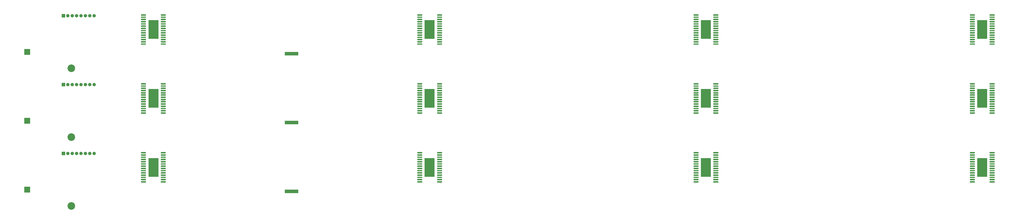
<source format=gbs>
G04 #@! TF.GenerationSoftware,KiCad,Pcbnew,(5.1.10)-1*
G04 #@! TF.CreationDate,2021-09-14T11:59:30-04:00*
G04 #@! TF.ProjectId,LED Wheel,4c454420-5768-4656-956c-2e6b69636164,rev?*
G04 #@! TF.SameCoordinates,Original*
G04 #@! TF.FileFunction,Soldermask,Bot*
G04 #@! TF.FilePolarity,Negative*
%FSLAX46Y46*%
G04 Gerber Fmt 4.6, Leading zero omitted, Abs format (unit mm)*
G04 Created by KiCad (PCBNEW (5.1.10)-1) date 2021-09-14 11:59:30*
%MOMM*%
%LPD*%
G01*
G04 APERTURE LIST*
%ADD10R,4.000000X1.000000*%
%ADD11R,1.700000X1.700000*%
%ADD12R,2.850000X5.400000*%
%ADD13C,2.200000*%
%ADD14O,1.000000X1.000000*%
%ADD15R,1.000000X1.000000*%
G04 APERTURE END LIST*
D10*
X125500000Y-120500000D03*
X125500000Y-140500000D03*
X125500000Y-160500000D03*
D11*
X49000000Y-120000000D03*
X49000000Y-160000000D03*
X49000000Y-140000000D03*
D12*
X85500000Y-113500000D03*
G36*
G01*
X83375000Y-109175000D02*
X83375000Y-109375000D01*
G75*
G02*
X83275000Y-109475000I-100000J0D01*
G01*
X82000000Y-109475000D01*
G75*
G02*
X81900000Y-109375000I0J100000D01*
G01*
X81900000Y-109175000D01*
G75*
G02*
X82000000Y-109075000I100000J0D01*
G01*
X83275000Y-109075000D01*
G75*
G02*
X83375000Y-109175000I0J-100000D01*
G01*
G37*
G36*
G01*
X83375000Y-109825000D02*
X83375000Y-110025000D01*
G75*
G02*
X83275000Y-110125000I-100000J0D01*
G01*
X82000000Y-110125000D01*
G75*
G02*
X81900000Y-110025000I0J100000D01*
G01*
X81900000Y-109825000D01*
G75*
G02*
X82000000Y-109725000I100000J0D01*
G01*
X83275000Y-109725000D01*
G75*
G02*
X83375000Y-109825000I0J-100000D01*
G01*
G37*
G36*
G01*
X83375000Y-110475000D02*
X83375000Y-110675000D01*
G75*
G02*
X83275000Y-110775000I-100000J0D01*
G01*
X82000000Y-110775000D01*
G75*
G02*
X81900000Y-110675000I0J100000D01*
G01*
X81900000Y-110475000D01*
G75*
G02*
X82000000Y-110375000I100000J0D01*
G01*
X83275000Y-110375000D01*
G75*
G02*
X83375000Y-110475000I0J-100000D01*
G01*
G37*
G36*
G01*
X83375000Y-111125000D02*
X83375000Y-111325000D01*
G75*
G02*
X83275000Y-111425000I-100000J0D01*
G01*
X82000000Y-111425000D01*
G75*
G02*
X81900000Y-111325000I0J100000D01*
G01*
X81900000Y-111125000D01*
G75*
G02*
X82000000Y-111025000I100000J0D01*
G01*
X83275000Y-111025000D01*
G75*
G02*
X83375000Y-111125000I0J-100000D01*
G01*
G37*
G36*
G01*
X83375000Y-111775000D02*
X83375000Y-111975000D01*
G75*
G02*
X83275000Y-112075000I-100000J0D01*
G01*
X82000000Y-112075000D01*
G75*
G02*
X81900000Y-111975000I0J100000D01*
G01*
X81900000Y-111775000D01*
G75*
G02*
X82000000Y-111675000I100000J0D01*
G01*
X83275000Y-111675000D01*
G75*
G02*
X83375000Y-111775000I0J-100000D01*
G01*
G37*
G36*
G01*
X83375000Y-112425000D02*
X83375000Y-112625000D01*
G75*
G02*
X83275000Y-112725000I-100000J0D01*
G01*
X82000000Y-112725000D01*
G75*
G02*
X81900000Y-112625000I0J100000D01*
G01*
X81900000Y-112425000D01*
G75*
G02*
X82000000Y-112325000I100000J0D01*
G01*
X83275000Y-112325000D01*
G75*
G02*
X83375000Y-112425000I0J-100000D01*
G01*
G37*
G36*
G01*
X83375000Y-113075000D02*
X83375000Y-113275000D01*
G75*
G02*
X83275000Y-113375000I-100000J0D01*
G01*
X82000000Y-113375000D01*
G75*
G02*
X81900000Y-113275000I0J100000D01*
G01*
X81900000Y-113075000D01*
G75*
G02*
X82000000Y-112975000I100000J0D01*
G01*
X83275000Y-112975000D01*
G75*
G02*
X83375000Y-113075000I0J-100000D01*
G01*
G37*
G36*
G01*
X83375000Y-113725000D02*
X83375000Y-113925000D01*
G75*
G02*
X83275000Y-114025000I-100000J0D01*
G01*
X82000000Y-114025000D01*
G75*
G02*
X81900000Y-113925000I0J100000D01*
G01*
X81900000Y-113725000D01*
G75*
G02*
X82000000Y-113625000I100000J0D01*
G01*
X83275000Y-113625000D01*
G75*
G02*
X83375000Y-113725000I0J-100000D01*
G01*
G37*
G36*
G01*
X83375000Y-114375000D02*
X83375000Y-114575000D01*
G75*
G02*
X83275000Y-114675000I-100000J0D01*
G01*
X82000000Y-114675000D01*
G75*
G02*
X81900000Y-114575000I0J100000D01*
G01*
X81900000Y-114375000D01*
G75*
G02*
X82000000Y-114275000I100000J0D01*
G01*
X83275000Y-114275000D01*
G75*
G02*
X83375000Y-114375000I0J-100000D01*
G01*
G37*
G36*
G01*
X83375000Y-115025000D02*
X83375000Y-115225000D01*
G75*
G02*
X83275000Y-115325000I-100000J0D01*
G01*
X82000000Y-115325000D01*
G75*
G02*
X81900000Y-115225000I0J100000D01*
G01*
X81900000Y-115025000D01*
G75*
G02*
X82000000Y-114925000I100000J0D01*
G01*
X83275000Y-114925000D01*
G75*
G02*
X83375000Y-115025000I0J-100000D01*
G01*
G37*
G36*
G01*
X83375000Y-115675000D02*
X83375000Y-115875000D01*
G75*
G02*
X83275000Y-115975000I-100000J0D01*
G01*
X82000000Y-115975000D01*
G75*
G02*
X81900000Y-115875000I0J100000D01*
G01*
X81900000Y-115675000D01*
G75*
G02*
X82000000Y-115575000I100000J0D01*
G01*
X83275000Y-115575000D01*
G75*
G02*
X83375000Y-115675000I0J-100000D01*
G01*
G37*
G36*
G01*
X83375000Y-116325000D02*
X83375000Y-116525000D01*
G75*
G02*
X83275000Y-116625000I-100000J0D01*
G01*
X82000000Y-116625000D01*
G75*
G02*
X81900000Y-116525000I0J100000D01*
G01*
X81900000Y-116325000D01*
G75*
G02*
X82000000Y-116225000I100000J0D01*
G01*
X83275000Y-116225000D01*
G75*
G02*
X83375000Y-116325000I0J-100000D01*
G01*
G37*
G36*
G01*
X83375000Y-116975000D02*
X83375000Y-117175000D01*
G75*
G02*
X83275000Y-117275000I-100000J0D01*
G01*
X82000000Y-117275000D01*
G75*
G02*
X81900000Y-117175000I0J100000D01*
G01*
X81900000Y-116975000D01*
G75*
G02*
X82000000Y-116875000I100000J0D01*
G01*
X83275000Y-116875000D01*
G75*
G02*
X83375000Y-116975000I0J-100000D01*
G01*
G37*
G36*
G01*
X83375000Y-117625000D02*
X83375000Y-117825000D01*
G75*
G02*
X83275000Y-117925000I-100000J0D01*
G01*
X82000000Y-117925000D01*
G75*
G02*
X81900000Y-117825000I0J100000D01*
G01*
X81900000Y-117625000D01*
G75*
G02*
X82000000Y-117525000I100000J0D01*
G01*
X83275000Y-117525000D01*
G75*
G02*
X83375000Y-117625000I0J-100000D01*
G01*
G37*
G36*
G01*
X89100000Y-117625000D02*
X89100000Y-117825000D01*
G75*
G02*
X89000000Y-117925000I-100000J0D01*
G01*
X87725000Y-117925000D01*
G75*
G02*
X87625000Y-117825000I0J100000D01*
G01*
X87625000Y-117625000D01*
G75*
G02*
X87725000Y-117525000I100000J0D01*
G01*
X89000000Y-117525000D01*
G75*
G02*
X89100000Y-117625000I0J-100000D01*
G01*
G37*
G36*
G01*
X89100000Y-116975000D02*
X89100000Y-117175000D01*
G75*
G02*
X89000000Y-117275000I-100000J0D01*
G01*
X87725000Y-117275000D01*
G75*
G02*
X87625000Y-117175000I0J100000D01*
G01*
X87625000Y-116975000D01*
G75*
G02*
X87725000Y-116875000I100000J0D01*
G01*
X89000000Y-116875000D01*
G75*
G02*
X89100000Y-116975000I0J-100000D01*
G01*
G37*
G36*
G01*
X89100000Y-116325000D02*
X89100000Y-116525000D01*
G75*
G02*
X89000000Y-116625000I-100000J0D01*
G01*
X87725000Y-116625000D01*
G75*
G02*
X87625000Y-116525000I0J100000D01*
G01*
X87625000Y-116325000D01*
G75*
G02*
X87725000Y-116225000I100000J0D01*
G01*
X89000000Y-116225000D01*
G75*
G02*
X89100000Y-116325000I0J-100000D01*
G01*
G37*
G36*
G01*
X89100000Y-115675000D02*
X89100000Y-115875000D01*
G75*
G02*
X89000000Y-115975000I-100000J0D01*
G01*
X87725000Y-115975000D01*
G75*
G02*
X87625000Y-115875000I0J100000D01*
G01*
X87625000Y-115675000D01*
G75*
G02*
X87725000Y-115575000I100000J0D01*
G01*
X89000000Y-115575000D01*
G75*
G02*
X89100000Y-115675000I0J-100000D01*
G01*
G37*
G36*
G01*
X89100000Y-115025000D02*
X89100000Y-115225000D01*
G75*
G02*
X89000000Y-115325000I-100000J0D01*
G01*
X87725000Y-115325000D01*
G75*
G02*
X87625000Y-115225000I0J100000D01*
G01*
X87625000Y-115025000D01*
G75*
G02*
X87725000Y-114925000I100000J0D01*
G01*
X89000000Y-114925000D01*
G75*
G02*
X89100000Y-115025000I0J-100000D01*
G01*
G37*
G36*
G01*
X89100000Y-114375000D02*
X89100000Y-114575000D01*
G75*
G02*
X89000000Y-114675000I-100000J0D01*
G01*
X87725000Y-114675000D01*
G75*
G02*
X87625000Y-114575000I0J100000D01*
G01*
X87625000Y-114375000D01*
G75*
G02*
X87725000Y-114275000I100000J0D01*
G01*
X89000000Y-114275000D01*
G75*
G02*
X89100000Y-114375000I0J-100000D01*
G01*
G37*
G36*
G01*
X89100000Y-113725000D02*
X89100000Y-113925000D01*
G75*
G02*
X89000000Y-114025000I-100000J0D01*
G01*
X87725000Y-114025000D01*
G75*
G02*
X87625000Y-113925000I0J100000D01*
G01*
X87625000Y-113725000D01*
G75*
G02*
X87725000Y-113625000I100000J0D01*
G01*
X89000000Y-113625000D01*
G75*
G02*
X89100000Y-113725000I0J-100000D01*
G01*
G37*
G36*
G01*
X89100000Y-113075000D02*
X89100000Y-113275000D01*
G75*
G02*
X89000000Y-113375000I-100000J0D01*
G01*
X87725000Y-113375000D01*
G75*
G02*
X87625000Y-113275000I0J100000D01*
G01*
X87625000Y-113075000D01*
G75*
G02*
X87725000Y-112975000I100000J0D01*
G01*
X89000000Y-112975000D01*
G75*
G02*
X89100000Y-113075000I0J-100000D01*
G01*
G37*
G36*
G01*
X89100000Y-112425000D02*
X89100000Y-112625000D01*
G75*
G02*
X89000000Y-112725000I-100000J0D01*
G01*
X87725000Y-112725000D01*
G75*
G02*
X87625000Y-112625000I0J100000D01*
G01*
X87625000Y-112425000D01*
G75*
G02*
X87725000Y-112325000I100000J0D01*
G01*
X89000000Y-112325000D01*
G75*
G02*
X89100000Y-112425000I0J-100000D01*
G01*
G37*
G36*
G01*
X89100000Y-111775000D02*
X89100000Y-111975000D01*
G75*
G02*
X89000000Y-112075000I-100000J0D01*
G01*
X87725000Y-112075000D01*
G75*
G02*
X87625000Y-111975000I0J100000D01*
G01*
X87625000Y-111775000D01*
G75*
G02*
X87725000Y-111675000I100000J0D01*
G01*
X89000000Y-111675000D01*
G75*
G02*
X89100000Y-111775000I0J-100000D01*
G01*
G37*
G36*
G01*
X89100000Y-111125000D02*
X89100000Y-111325000D01*
G75*
G02*
X89000000Y-111425000I-100000J0D01*
G01*
X87725000Y-111425000D01*
G75*
G02*
X87625000Y-111325000I0J100000D01*
G01*
X87625000Y-111125000D01*
G75*
G02*
X87725000Y-111025000I100000J0D01*
G01*
X89000000Y-111025000D01*
G75*
G02*
X89100000Y-111125000I0J-100000D01*
G01*
G37*
G36*
G01*
X89100000Y-110475000D02*
X89100000Y-110675000D01*
G75*
G02*
X89000000Y-110775000I-100000J0D01*
G01*
X87725000Y-110775000D01*
G75*
G02*
X87625000Y-110675000I0J100000D01*
G01*
X87625000Y-110475000D01*
G75*
G02*
X87725000Y-110375000I100000J0D01*
G01*
X89000000Y-110375000D01*
G75*
G02*
X89100000Y-110475000I0J-100000D01*
G01*
G37*
G36*
G01*
X89100000Y-109825000D02*
X89100000Y-110025000D01*
G75*
G02*
X89000000Y-110125000I-100000J0D01*
G01*
X87725000Y-110125000D01*
G75*
G02*
X87625000Y-110025000I0J100000D01*
G01*
X87625000Y-109825000D01*
G75*
G02*
X87725000Y-109725000I100000J0D01*
G01*
X89000000Y-109725000D01*
G75*
G02*
X89100000Y-109825000I0J-100000D01*
G01*
G37*
G36*
G01*
X89100000Y-109175000D02*
X89100000Y-109375000D01*
G75*
G02*
X89000000Y-109475000I-100000J0D01*
G01*
X87725000Y-109475000D01*
G75*
G02*
X87625000Y-109375000I0J100000D01*
G01*
X87625000Y-109175000D01*
G75*
G02*
X87725000Y-109075000I100000J0D01*
G01*
X89000000Y-109075000D01*
G75*
G02*
X89100000Y-109175000I0J-100000D01*
G01*
G37*
X245500000Y-113500000D03*
G36*
G01*
X243375000Y-109175000D02*
X243375000Y-109375000D01*
G75*
G02*
X243275000Y-109475000I-100000J0D01*
G01*
X242000000Y-109475000D01*
G75*
G02*
X241900000Y-109375000I0J100000D01*
G01*
X241900000Y-109175000D01*
G75*
G02*
X242000000Y-109075000I100000J0D01*
G01*
X243275000Y-109075000D01*
G75*
G02*
X243375000Y-109175000I0J-100000D01*
G01*
G37*
G36*
G01*
X243375000Y-109825000D02*
X243375000Y-110025000D01*
G75*
G02*
X243275000Y-110125000I-100000J0D01*
G01*
X242000000Y-110125000D01*
G75*
G02*
X241900000Y-110025000I0J100000D01*
G01*
X241900000Y-109825000D01*
G75*
G02*
X242000000Y-109725000I100000J0D01*
G01*
X243275000Y-109725000D01*
G75*
G02*
X243375000Y-109825000I0J-100000D01*
G01*
G37*
G36*
G01*
X243375000Y-110475000D02*
X243375000Y-110675000D01*
G75*
G02*
X243275000Y-110775000I-100000J0D01*
G01*
X242000000Y-110775000D01*
G75*
G02*
X241900000Y-110675000I0J100000D01*
G01*
X241900000Y-110475000D01*
G75*
G02*
X242000000Y-110375000I100000J0D01*
G01*
X243275000Y-110375000D01*
G75*
G02*
X243375000Y-110475000I0J-100000D01*
G01*
G37*
G36*
G01*
X243375000Y-111125000D02*
X243375000Y-111325000D01*
G75*
G02*
X243275000Y-111425000I-100000J0D01*
G01*
X242000000Y-111425000D01*
G75*
G02*
X241900000Y-111325000I0J100000D01*
G01*
X241900000Y-111125000D01*
G75*
G02*
X242000000Y-111025000I100000J0D01*
G01*
X243275000Y-111025000D01*
G75*
G02*
X243375000Y-111125000I0J-100000D01*
G01*
G37*
G36*
G01*
X243375000Y-111775000D02*
X243375000Y-111975000D01*
G75*
G02*
X243275000Y-112075000I-100000J0D01*
G01*
X242000000Y-112075000D01*
G75*
G02*
X241900000Y-111975000I0J100000D01*
G01*
X241900000Y-111775000D01*
G75*
G02*
X242000000Y-111675000I100000J0D01*
G01*
X243275000Y-111675000D01*
G75*
G02*
X243375000Y-111775000I0J-100000D01*
G01*
G37*
G36*
G01*
X243375000Y-112425000D02*
X243375000Y-112625000D01*
G75*
G02*
X243275000Y-112725000I-100000J0D01*
G01*
X242000000Y-112725000D01*
G75*
G02*
X241900000Y-112625000I0J100000D01*
G01*
X241900000Y-112425000D01*
G75*
G02*
X242000000Y-112325000I100000J0D01*
G01*
X243275000Y-112325000D01*
G75*
G02*
X243375000Y-112425000I0J-100000D01*
G01*
G37*
G36*
G01*
X243375000Y-113075000D02*
X243375000Y-113275000D01*
G75*
G02*
X243275000Y-113375000I-100000J0D01*
G01*
X242000000Y-113375000D01*
G75*
G02*
X241900000Y-113275000I0J100000D01*
G01*
X241900000Y-113075000D01*
G75*
G02*
X242000000Y-112975000I100000J0D01*
G01*
X243275000Y-112975000D01*
G75*
G02*
X243375000Y-113075000I0J-100000D01*
G01*
G37*
G36*
G01*
X243375000Y-113725000D02*
X243375000Y-113925000D01*
G75*
G02*
X243275000Y-114025000I-100000J0D01*
G01*
X242000000Y-114025000D01*
G75*
G02*
X241900000Y-113925000I0J100000D01*
G01*
X241900000Y-113725000D01*
G75*
G02*
X242000000Y-113625000I100000J0D01*
G01*
X243275000Y-113625000D01*
G75*
G02*
X243375000Y-113725000I0J-100000D01*
G01*
G37*
G36*
G01*
X243375000Y-114375000D02*
X243375000Y-114575000D01*
G75*
G02*
X243275000Y-114675000I-100000J0D01*
G01*
X242000000Y-114675000D01*
G75*
G02*
X241900000Y-114575000I0J100000D01*
G01*
X241900000Y-114375000D01*
G75*
G02*
X242000000Y-114275000I100000J0D01*
G01*
X243275000Y-114275000D01*
G75*
G02*
X243375000Y-114375000I0J-100000D01*
G01*
G37*
G36*
G01*
X243375000Y-115025000D02*
X243375000Y-115225000D01*
G75*
G02*
X243275000Y-115325000I-100000J0D01*
G01*
X242000000Y-115325000D01*
G75*
G02*
X241900000Y-115225000I0J100000D01*
G01*
X241900000Y-115025000D01*
G75*
G02*
X242000000Y-114925000I100000J0D01*
G01*
X243275000Y-114925000D01*
G75*
G02*
X243375000Y-115025000I0J-100000D01*
G01*
G37*
G36*
G01*
X243375000Y-115675000D02*
X243375000Y-115875000D01*
G75*
G02*
X243275000Y-115975000I-100000J0D01*
G01*
X242000000Y-115975000D01*
G75*
G02*
X241900000Y-115875000I0J100000D01*
G01*
X241900000Y-115675000D01*
G75*
G02*
X242000000Y-115575000I100000J0D01*
G01*
X243275000Y-115575000D01*
G75*
G02*
X243375000Y-115675000I0J-100000D01*
G01*
G37*
G36*
G01*
X243375000Y-116325000D02*
X243375000Y-116525000D01*
G75*
G02*
X243275000Y-116625000I-100000J0D01*
G01*
X242000000Y-116625000D01*
G75*
G02*
X241900000Y-116525000I0J100000D01*
G01*
X241900000Y-116325000D01*
G75*
G02*
X242000000Y-116225000I100000J0D01*
G01*
X243275000Y-116225000D01*
G75*
G02*
X243375000Y-116325000I0J-100000D01*
G01*
G37*
G36*
G01*
X243375000Y-116975000D02*
X243375000Y-117175000D01*
G75*
G02*
X243275000Y-117275000I-100000J0D01*
G01*
X242000000Y-117275000D01*
G75*
G02*
X241900000Y-117175000I0J100000D01*
G01*
X241900000Y-116975000D01*
G75*
G02*
X242000000Y-116875000I100000J0D01*
G01*
X243275000Y-116875000D01*
G75*
G02*
X243375000Y-116975000I0J-100000D01*
G01*
G37*
G36*
G01*
X243375000Y-117625000D02*
X243375000Y-117825000D01*
G75*
G02*
X243275000Y-117925000I-100000J0D01*
G01*
X242000000Y-117925000D01*
G75*
G02*
X241900000Y-117825000I0J100000D01*
G01*
X241900000Y-117625000D01*
G75*
G02*
X242000000Y-117525000I100000J0D01*
G01*
X243275000Y-117525000D01*
G75*
G02*
X243375000Y-117625000I0J-100000D01*
G01*
G37*
G36*
G01*
X249100000Y-117625000D02*
X249100000Y-117825000D01*
G75*
G02*
X249000000Y-117925000I-100000J0D01*
G01*
X247725000Y-117925000D01*
G75*
G02*
X247625000Y-117825000I0J100000D01*
G01*
X247625000Y-117625000D01*
G75*
G02*
X247725000Y-117525000I100000J0D01*
G01*
X249000000Y-117525000D01*
G75*
G02*
X249100000Y-117625000I0J-100000D01*
G01*
G37*
G36*
G01*
X249100000Y-116975000D02*
X249100000Y-117175000D01*
G75*
G02*
X249000000Y-117275000I-100000J0D01*
G01*
X247725000Y-117275000D01*
G75*
G02*
X247625000Y-117175000I0J100000D01*
G01*
X247625000Y-116975000D01*
G75*
G02*
X247725000Y-116875000I100000J0D01*
G01*
X249000000Y-116875000D01*
G75*
G02*
X249100000Y-116975000I0J-100000D01*
G01*
G37*
G36*
G01*
X249100000Y-116325000D02*
X249100000Y-116525000D01*
G75*
G02*
X249000000Y-116625000I-100000J0D01*
G01*
X247725000Y-116625000D01*
G75*
G02*
X247625000Y-116525000I0J100000D01*
G01*
X247625000Y-116325000D01*
G75*
G02*
X247725000Y-116225000I100000J0D01*
G01*
X249000000Y-116225000D01*
G75*
G02*
X249100000Y-116325000I0J-100000D01*
G01*
G37*
G36*
G01*
X249100000Y-115675000D02*
X249100000Y-115875000D01*
G75*
G02*
X249000000Y-115975000I-100000J0D01*
G01*
X247725000Y-115975000D01*
G75*
G02*
X247625000Y-115875000I0J100000D01*
G01*
X247625000Y-115675000D01*
G75*
G02*
X247725000Y-115575000I100000J0D01*
G01*
X249000000Y-115575000D01*
G75*
G02*
X249100000Y-115675000I0J-100000D01*
G01*
G37*
G36*
G01*
X249100000Y-115025000D02*
X249100000Y-115225000D01*
G75*
G02*
X249000000Y-115325000I-100000J0D01*
G01*
X247725000Y-115325000D01*
G75*
G02*
X247625000Y-115225000I0J100000D01*
G01*
X247625000Y-115025000D01*
G75*
G02*
X247725000Y-114925000I100000J0D01*
G01*
X249000000Y-114925000D01*
G75*
G02*
X249100000Y-115025000I0J-100000D01*
G01*
G37*
G36*
G01*
X249100000Y-114375000D02*
X249100000Y-114575000D01*
G75*
G02*
X249000000Y-114675000I-100000J0D01*
G01*
X247725000Y-114675000D01*
G75*
G02*
X247625000Y-114575000I0J100000D01*
G01*
X247625000Y-114375000D01*
G75*
G02*
X247725000Y-114275000I100000J0D01*
G01*
X249000000Y-114275000D01*
G75*
G02*
X249100000Y-114375000I0J-100000D01*
G01*
G37*
G36*
G01*
X249100000Y-113725000D02*
X249100000Y-113925000D01*
G75*
G02*
X249000000Y-114025000I-100000J0D01*
G01*
X247725000Y-114025000D01*
G75*
G02*
X247625000Y-113925000I0J100000D01*
G01*
X247625000Y-113725000D01*
G75*
G02*
X247725000Y-113625000I100000J0D01*
G01*
X249000000Y-113625000D01*
G75*
G02*
X249100000Y-113725000I0J-100000D01*
G01*
G37*
G36*
G01*
X249100000Y-113075000D02*
X249100000Y-113275000D01*
G75*
G02*
X249000000Y-113375000I-100000J0D01*
G01*
X247725000Y-113375000D01*
G75*
G02*
X247625000Y-113275000I0J100000D01*
G01*
X247625000Y-113075000D01*
G75*
G02*
X247725000Y-112975000I100000J0D01*
G01*
X249000000Y-112975000D01*
G75*
G02*
X249100000Y-113075000I0J-100000D01*
G01*
G37*
G36*
G01*
X249100000Y-112425000D02*
X249100000Y-112625000D01*
G75*
G02*
X249000000Y-112725000I-100000J0D01*
G01*
X247725000Y-112725000D01*
G75*
G02*
X247625000Y-112625000I0J100000D01*
G01*
X247625000Y-112425000D01*
G75*
G02*
X247725000Y-112325000I100000J0D01*
G01*
X249000000Y-112325000D01*
G75*
G02*
X249100000Y-112425000I0J-100000D01*
G01*
G37*
G36*
G01*
X249100000Y-111775000D02*
X249100000Y-111975000D01*
G75*
G02*
X249000000Y-112075000I-100000J0D01*
G01*
X247725000Y-112075000D01*
G75*
G02*
X247625000Y-111975000I0J100000D01*
G01*
X247625000Y-111775000D01*
G75*
G02*
X247725000Y-111675000I100000J0D01*
G01*
X249000000Y-111675000D01*
G75*
G02*
X249100000Y-111775000I0J-100000D01*
G01*
G37*
G36*
G01*
X249100000Y-111125000D02*
X249100000Y-111325000D01*
G75*
G02*
X249000000Y-111425000I-100000J0D01*
G01*
X247725000Y-111425000D01*
G75*
G02*
X247625000Y-111325000I0J100000D01*
G01*
X247625000Y-111125000D01*
G75*
G02*
X247725000Y-111025000I100000J0D01*
G01*
X249000000Y-111025000D01*
G75*
G02*
X249100000Y-111125000I0J-100000D01*
G01*
G37*
G36*
G01*
X249100000Y-110475000D02*
X249100000Y-110675000D01*
G75*
G02*
X249000000Y-110775000I-100000J0D01*
G01*
X247725000Y-110775000D01*
G75*
G02*
X247625000Y-110675000I0J100000D01*
G01*
X247625000Y-110475000D01*
G75*
G02*
X247725000Y-110375000I100000J0D01*
G01*
X249000000Y-110375000D01*
G75*
G02*
X249100000Y-110475000I0J-100000D01*
G01*
G37*
G36*
G01*
X249100000Y-109825000D02*
X249100000Y-110025000D01*
G75*
G02*
X249000000Y-110125000I-100000J0D01*
G01*
X247725000Y-110125000D01*
G75*
G02*
X247625000Y-110025000I0J100000D01*
G01*
X247625000Y-109825000D01*
G75*
G02*
X247725000Y-109725000I100000J0D01*
G01*
X249000000Y-109725000D01*
G75*
G02*
X249100000Y-109825000I0J-100000D01*
G01*
G37*
G36*
G01*
X249100000Y-109175000D02*
X249100000Y-109375000D01*
G75*
G02*
X249000000Y-109475000I-100000J0D01*
G01*
X247725000Y-109475000D01*
G75*
G02*
X247625000Y-109375000I0J100000D01*
G01*
X247625000Y-109175000D01*
G75*
G02*
X247725000Y-109075000I100000J0D01*
G01*
X249000000Y-109075000D01*
G75*
G02*
X249100000Y-109175000I0J-100000D01*
G01*
G37*
X165500000Y-113500000D03*
G36*
G01*
X163375000Y-109175000D02*
X163375000Y-109375000D01*
G75*
G02*
X163275000Y-109475000I-100000J0D01*
G01*
X162000000Y-109475000D01*
G75*
G02*
X161900000Y-109375000I0J100000D01*
G01*
X161900000Y-109175000D01*
G75*
G02*
X162000000Y-109075000I100000J0D01*
G01*
X163275000Y-109075000D01*
G75*
G02*
X163375000Y-109175000I0J-100000D01*
G01*
G37*
G36*
G01*
X163375000Y-109825000D02*
X163375000Y-110025000D01*
G75*
G02*
X163275000Y-110125000I-100000J0D01*
G01*
X162000000Y-110125000D01*
G75*
G02*
X161900000Y-110025000I0J100000D01*
G01*
X161900000Y-109825000D01*
G75*
G02*
X162000000Y-109725000I100000J0D01*
G01*
X163275000Y-109725000D01*
G75*
G02*
X163375000Y-109825000I0J-100000D01*
G01*
G37*
G36*
G01*
X163375000Y-110475000D02*
X163375000Y-110675000D01*
G75*
G02*
X163275000Y-110775000I-100000J0D01*
G01*
X162000000Y-110775000D01*
G75*
G02*
X161900000Y-110675000I0J100000D01*
G01*
X161900000Y-110475000D01*
G75*
G02*
X162000000Y-110375000I100000J0D01*
G01*
X163275000Y-110375000D01*
G75*
G02*
X163375000Y-110475000I0J-100000D01*
G01*
G37*
G36*
G01*
X163375000Y-111125000D02*
X163375000Y-111325000D01*
G75*
G02*
X163275000Y-111425000I-100000J0D01*
G01*
X162000000Y-111425000D01*
G75*
G02*
X161900000Y-111325000I0J100000D01*
G01*
X161900000Y-111125000D01*
G75*
G02*
X162000000Y-111025000I100000J0D01*
G01*
X163275000Y-111025000D01*
G75*
G02*
X163375000Y-111125000I0J-100000D01*
G01*
G37*
G36*
G01*
X163375000Y-111775000D02*
X163375000Y-111975000D01*
G75*
G02*
X163275000Y-112075000I-100000J0D01*
G01*
X162000000Y-112075000D01*
G75*
G02*
X161900000Y-111975000I0J100000D01*
G01*
X161900000Y-111775000D01*
G75*
G02*
X162000000Y-111675000I100000J0D01*
G01*
X163275000Y-111675000D01*
G75*
G02*
X163375000Y-111775000I0J-100000D01*
G01*
G37*
G36*
G01*
X163375000Y-112425000D02*
X163375000Y-112625000D01*
G75*
G02*
X163275000Y-112725000I-100000J0D01*
G01*
X162000000Y-112725000D01*
G75*
G02*
X161900000Y-112625000I0J100000D01*
G01*
X161900000Y-112425000D01*
G75*
G02*
X162000000Y-112325000I100000J0D01*
G01*
X163275000Y-112325000D01*
G75*
G02*
X163375000Y-112425000I0J-100000D01*
G01*
G37*
G36*
G01*
X163375000Y-113075000D02*
X163375000Y-113275000D01*
G75*
G02*
X163275000Y-113375000I-100000J0D01*
G01*
X162000000Y-113375000D01*
G75*
G02*
X161900000Y-113275000I0J100000D01*
G01*
X161900000Y-113075000D01*
G75*
G02*
X162000000Y-112975000I100000J0D01*
G01*
X163275000Y-112975000D01*
G75*
G02*
X163375000Y-113075000I0J-100000D01*
G01*
G37*
G36*
G01*
X163375000Y-113725000D02*
X163375000Y-113925000D01*
G75*
G02*
X163275000Y-114025000I-100000J0D01*
G01*
X162000000Y-114025000D01*
G75*
G02*
X161900000Y-113925000I0J100000D01*
G01*
X161900000Y-113725000D01*
G75*
G02*
X162000000Y-113625000I100000J0D01*
G01*
X163275000Y-113625000D01*
G75*
G02*
X163375000Y-113725000I0J-100000D01*
G01*
G37*
G36*
G01*
X163375000Y-114375000D02*
X163375000Y-114575000D01*
G75*
G02*
X163275000Y-114675000I-100000J0D01*
G01*
X162000000Y-114675000D01*
G75*
G02*
X161900000Y-114575000I0J100000D01*
G01*
X161900000Y-114375000D01*
G75*
G02*
X162000000Y-114275000I100000J0D01*
G01*
X163275000Y-114275000D01*
G75*
G02*
X163375000Y-114375000I0J-100000D01*
G01*
G37*
G36*
G01*
X163375000Y-115025000D02*
X163375000Y-115225000D01*
G75*
G02*
X163275000Y-115325000I-100000J0D01*
G01*
X162000000Y-115325000D01*
G75*
G02*
X161900000Y-115225000I0J100000D01*
G01*
X161900000Y-115025000D01*
G75*
G02*
X162000000Y-114925000I100000J0D01*
G01*
X163275000Y-114925000D01*
G75*
G02*
X163375000Y-115025000I0J-100000D01*
G01*
G37*
G36*
G01*
X163375000Y-115675000D02*
X163375000Y-115875000D01*
G75*
G02*
X163275000Y-115975000I-100000J0D01*
G01*
X162000000Y-115975000D01*
G75*
G02*
X161900000Y-115875000I0J100000D01*
G01*
X161900000Y-115675000D01*
G75*
G02*
X162000000Y-115575000I100000J0D01*
G01*
X163275000Y-115575000D01*
G75*
G02*
X163375000Y-115675000I0J-100000D01*
G01*
G37*
G36*
G01*
X163375000Y-116325000D02*
X163375000Y-116525000D01*
G75*
G02*
X163275000Y-116625000I-100000J0D01*
G01*
X162000000Y-116625000D01*
G75*
G02*
X161900000Y-116525000I0J100000D01*
G01*
X161900000Y-116325000D01*
G75*
G02*
X162000000Y-116225000I100000J0D01*
G01*
X163275000Y-116225000D01*
G75*
G02*
X163375000Y-116325000I0J-100000D01*
G01*
G37*
G36*
G01*
X163375000Y-116975000D02*
X163375000Y-117175000D01*
G75*
G02*
X163275000Y-117275000I-100000J0D01*
G01*
X162000000Y-117275000D01*
G75*
G02*
X161900000Y-117175000I0J100000D01*
G01*
X161900000Y-116975000D01*
G75*
G02*
X162000000Y-116875000I100000J0D01*
G01*
X163275000Y-116875000D01*
G75*
G02*
X163375000Y-116975000I0J-100000D01*
G01*
G37*
G36*
G01*
X163375000Y-117625000D02*
X163375000Y-117825000D01*
G75*
G02*
X163275000Y-117925000I-100000J0D01*
G01*
X162000000Y-117925000D01*
G75*
G02*
X161900000Y-117825000I0J100000D01*
G01*
X161900000Y-117625000D01*
G75*
G02*
X162000000Y-117525000I100000J0D01*
G01*
X163275000Y-117525000D01*
G75*
G02*
X163375000Y-117625000I0J-100000D01*
G01*
G37*
G36*
G01*
X169100000Y-117625000D02*
X169100000Y-117825000D01*
G75*
G02*
X169000000Y-117925000I-100000J0D01*
G01*
X167725000Y-117925000D01*
G75*
G02*
X167625000Y-117825000I0J100000D01*
G01*
X167625000Y-117625000D01*
G75*
G02*
X167725000Y-117525000I100000J0D01*
G01*
X169000000Y-117525000D01*
G75*
G02*
X169100000Y-117625000I0J-100000D01*
G01*
G37*
G36*
G01*
X169100000Y-116975000D02*
X169100000Y-117175000D01*
G75*
G02*
X169000000Y-117275000I-100000J0D01*
G01*
X167725000Y-117275000D01*
G75*
G02*
X167625000Y-117175000I0J100000D01*
G01*
X167625000Y-116975000D01*
G75*
G02*
X167725000Y-116875000I100000J0D01*
G01*
X169000000Y-116875000D01*
G75*
G02*
X169100000Y-116975000I0J-100000D01*
G01*
G37*
G36*
G01*
X169100000Y-116325000D02*
X169100000Y-116525000D01*
G75*
G02*
X169000000Y-116625000I-100000J0D01*
G01*
X167725000Y-116625000D01*
G75*
G02*
X167625000Y-116525000I0J100000D01*
G01*
X167625000Y-116325000D01*
G75*
G02*
X167725000Y-116225000I100000J0D01*
G01*
X169000000Y-116225000D01*
G75*
G02*
X169100000Y-116325000I0J-100000D01*
G01*
G37*
G36*
G01*
X169100000Y-115675000D02*
X169100000Y-115875000D01*
G75*
G02*
X169000000Y-115975000I-100000J0D01*
G01*
X167725000Y-115975000D01*
G75*
G02*
X167625000Y-115875000I0J100000D01*
G01*
X167625000Y-115675000D01*
G75*
G02*
X167725000Y-115575000I100000J0D01*
G01*
X169000000Y-115575000D01*
G75*
G02*
X169100000Y-115675000I0J-100000D01*
G01*
G37*
G36*
G01*
X169100000Y-115025000D02*
X169100000Y-115225000D01*
G75*
G02*
X169000000Y-115325000I-100000J0D01*
G01*
X167725000Y-115325000D01*
G75*
G02*
X167625000Y-115225000I0J100000D01*
G01*
X167625000Y-115025000D01*
G75*
G02*
X167725000Y-114925000I100000J0D01*
G01*
X169000000Y-114925000D01*
G75*
G02*
X169100000Y-115025000I0J-100000D01*
G01*
G37*
G36*
G01*
X169100000Y-114375000D02*
X169100000Y-114575000D01*
G75*
G02*
X169000000Y-114675000I-100000J0D01*
G01*
X167725000Y-114675000D01*
G75*
G02*
X167625000Y-114575000I0J100000D01*
G01*
X167625000Y-114375000D01*
G75*
G02*
X167725000Y-114275000I100000J0D01*
G01*
X169000000Y-114275000D01*
G75*
G02*
X169100000Y-114375000I0J-100000D01*
G01*
G37*
G36*
G01*
X169100000Y-113725000D02*
X169100000Y-113925000D01*
G75*
G02*
X169000000Y-114025000I-100000J0D01*
G01*
X167725000Y-114025000D01*
G75*
G02*
X167625000Y-113925000I0J100000D01*
G01*
X167625000Y-113725000D01*
G75*
G02*
X167725000Y-113625000I100000J0D01*
G01*
X169000000Y-113625000D01*
G75*
G02*
X169100000Y-113725000I0J-100000D01*
G01*
G37*
G36*
G01*
X169100000Y-113075000D02*
X169100000Y-113275000D01*
G75*
G02*
X169000000Y-113375000I-100000J0D01*
G01*
X167725000Y-113375000D01*
G75*
G02*
X167625000Y-113275000I0J100000D01*
G01*
X167625000Y-113075000D01*
G75*
G02*
X167725000Y-112975000I100000J0D01*
G01*
X169000000Y-112975000D01*
G75*
G02*
X169100000Y-113075000I0J-100000D01*
G01*
G37*
G36*
G01*
X169100000Y-112425000D02*
X169100000Y-112625000D01*
G75*
G02*
X169000000Y-112725000I-100000J0D01*
G01*
X167725000Y-112725000D01*
G75*
G02*
X167625000Y-112625000I0J100000D01*
G01*
X167625000Y-112425000D01*
G75*
G02*
X167725000Y-112325000I100000J0D01*
G01*
X169000000Y-112325000D01*
G75*
G02*
X169100000Y-112425000I0J-100000D01*
G01*
G37*
G36*
G01*
X169100000Y-111775000D02*
X169100000Y-111975000D01*
G75*
G02*
X169000000Y-112075000I-100000J0D01*
G01*
X167725000Y-112075000D01*
G75*
G02*
X167625000Y-111975000I0J100000D01*
G01*
X167625000Y-111775000D01*
G75*
G02*
X167725000Y-111675000I100000J0D01*
G01*
X169000000Y-111675000D01*
G75*
G02*
X169100000Y-111775000I0J-100000D01*
G01*
G37*
G36*
G01*
X169100000Y-111125000D02*
X169100000Y-111325000D01*
G75*
G02*
X169000000Y-111425000I-100000J0D01*
G01*
X167725000Y-111425000D01*
G75*
G02*
X167625000Y-111325000I0J100000D01*
G01*
X167625000Y-111125000D01*
G75*
G02*
X167725000Y-111025000I100000J0D01*
G01*
X169000000Y-111025000D01*
G75*
G02*
X169100000Y-111125000I0J-100000D01*
G01*
G37*
G36*
G01*
X169100000Y-110475000D02*
X169100000Y-110675000D01*
G75*
G02*
X169000000Y-110775000I-100000J0D01*
G01*
X167725000Y-110775000D01*
G75*
G02*
X167625000Y-110675000I0J100000D01*
G01*
X167625000Y-110475000D01*
G75*
G02*
X167725000Y-110375000I100000J0D01*
G01*
X169000000Y-110375000D01*
G75*
G02*
X169100000Y-110475000I0J-100000D01*
G01*
G37*
G36*
G01*
X169100000Y-109825000D02*
X169100000Y-110025000D01*
G75*
G02*
X169000000Y-110125000I-100000J0D01*
G01*
X167725000Y-110125000D01*
G75*
G02*
X167625000Y-110025000I0J100000D01*
G01*
X167625000Y-109825000D01*
G75*
G02*
X167725000Y-109725000I100000J0D01*
G01*
X169000000Y-109725000D01*
G75*
G02*
X169100000Y-109825000I0J-100000D01*
G01*
G37*
G36*
G01*
X169100000Y-109175000D02*
X169100000Y-109375000D01*
G75*
G02*
X169000000Y-109475000I-100000J0D01*
G01*
X167725000Y-109475000D01*
G75*
G02*
X167625000Y-109375000I0J100000D01*
G01*
X167625000Y-109175000D01*
G75*
G02*
X167725000Y-109075000I100000J0D01*
G01*
X169000000Y-109075000D01*
G75*
G02*
X169100000Y-109175000I0J-100000D01*
G01*
G37*
X325500000Y-113500000D03*
G36*
G01*
X323375000Y-109175000D02*
X323375000Y-109375000D01*
G75*
G02*
X323275000Y-109475000I-100000J0D01*
G01*
X322000000Y-109475000D01*
G75*
G02*
X321900000Y-109375000I0J100000D01*
G01*
X321900000Y-109175000D01*
G75*
G02*
X322000000Y-109075000I100000J0D01*
G01*
X323275000Y-109075000D01*
G75*
G02*
X323375000Y-109175000I0J-100000D01*
G01*
G37*
G36*
G01*
X323375000Y-109825000D02*
X323375000Y-110025000D01*
G75*
G02*
X323275000Y-110125000I-100000J0D01*
G01*
X322000000Y-110125000D01*
G75*
G02*
X321900000Y-110025000I0J100000D01*
G01*
X321900000Y-109825000D01*
G75*
G02*
X322000000Y-109725000I100000J0D01*
G01*
X323275000Y-109725000D01*
G75*
G02*
X323375000Y-109825000I0J-100000D01*
G01*
G37*
G36*
G01*
X323375000Y-110475000D02*
X323375000Y-110675000D01*
G75*
G02*
X323275000Y-110775000I-100000J0D01*
G01*
X322000000Y-110775000D01*
G75*
G02*
X321900000Y-110675000I0J100000D01*
G01*
X321900000Y-110475000D01*
G75*
G02*
X322000000Y-110375000I100000J0D01*
G01*
X323275000Y-110375000D01*
G75*
G02*
X323375000Y-110475000I0J-100000D01*
G01*
G37*
G36*
G01*
X323375000Y-111125000D02*
X323375000Y-111325000D01*
G75*
G02*
X323275000Y-111425000I-100000J0D01*
G01*
X322000000Y-111425000D01*
G75*
G02*
X321900000Y-111325000I0J100000D01*
G01*
X321900000Y-111125000D01*
G75*
G02*
X322000000Y-111025000I100000J0D01*
G01*
X323275000Y-111025000D01*
G75*
G02*
X323375000Y-111125000I0J-100000D01*
G01*
G37*
G36*
G01*
X323375000Y-111775000D02*
X323375000Y-111975000D01*
G75*
G02*
X323275000Y-112075000I-100000J0D01*
G01*
X322000000Y-112075000D01*
G75*
G02*
X321900000Y-111975000I0J100000D01*
G01*
X321900000Y-111775000D01*
G75*
G02*
X322000000Y-111675000I100000J0D01*
G01*
X323275000Y-111675000D01*
G75*
G02*
X323375000Y-111775000I0J-100000D01*
G01*
G37*
G36*
G01*
X323375000Y-112425000D02*
X323375000Y-112625000D01*
G75*
G02*
X323275000Y-112725000I-100000J0D01*
G01*
X322000000Y-112725000D01*
G75*
G02*
X321900000Y-112625000I0J100000D01*
G01*
X321900000Y-112425000D01*
G75*
G02*
X322000000Y-112325000I100000J0D01*
G01*
X323275000Y-112325000D01*
G75*
G02*
X323375000Y-112425000I0J-100000D01*
G01*
G37*
G36*
G01*
X323375000Y-113075000D02*
X323375000Y-113275000D01*
G75*
G02*
X323275000Y-113375000I-100000J0D01*
G01*
X322000000Y-113375000D01*
G75*
G02*
X321900000Y-113275000I0J100000D01*
G01*
X321900000Y-113075000D01*
G75*
G02*
X322000000Y-112975000I100000J0D01*
G01*
X323275000Y-112975000D01*
G75*
G02*
X323375000Y-113075000I0J-100000D01*
G01*
G37*
G36*
G01*
X323375000Y-113725000D02*
X323375000Y-113925000D01*
G75*
G02*
X323275000Y-114025000I-100000J0D01*
G01*
X322000000Y-114025000D01*
G75*
G02*
X321900000Y-113925000I0J100000D01*
G01*
X321900000Y-113725000D01*
G75*
G02*
X322000000Y-113625000I100000J0D01*
G01*
X323275000Y-113625000D01*
G75*
G02*
X323375000Y-113725000I0J-100000D01*
G01*
G37*
G36*
G01*
X323375000Y-114375000D02*
X323375000Y-114575000D01*
G75*
G02*
X323275000Y-114675000I-100000J0D01*
G01*
X322000000Y-114675000D01*
G75*
G02*
X321900000Y-114575000I0J100000D01*
G01*
X321900000Y-114375000D01*
G75*
G02*
X322000000Y-114275000I100000J0D01*
G01*
X323275000Y-114275000D01*
G75*
G02*
X323375000Y-114375000I0J-100000D01*
G01*
G37*
G36*
G01*
X323375000Y-115025000D02*
X323375000Y-115225000D01*
G75*
G02*
X323275000Y-115325000I-100000J0D01*
G01*
X322000000Y-115325000D01*
G75*
G02*
X321900000Y-115225000I0J100000D01*
G01*
X321900000Y-115025000D01*
G75*
G02*
X322000000Y-114925000I100000J0D01*
G01*
X323275000Y-114925000D01*
G75*
G02*
X323375000Y-115025000I0J-100000D01*
G01*
G37*
G36*
G01*
X323375000Y-115675000D02*
X323375000Y-115875000D01*
G75*
G02*
X323275000Y-115975000I-100000J0D01*
G01*
X322000000Y-115975000D01*
G75*
G02*
X321900000Y-115875000I0J100000D01*
G01*
X321900000Y-115675000D01*
G75*
G02*
X322000000Y-115575000I100000J0D01*
G01*
X323275000Y-115575000D01*
G75*
G02*
X323375000Y-115675000I0J-100000D01*
G01*
G37*
G36*
G01*
X323375000Y-116325000D02*
X323375000Y-116525000D01*
G75*
G02*
X323275000Y-116625000I-100000J0D01*
G01*
X322000000Y-116625000D01*
G75*
G02*
X321900000Y-116525000I0J100000D01*
G01*
X321900000Y-116325000D01*
G75*
G02*
X322000000Y-116225000I100000J0D01*
G01*
X323275000Y-116225000D01*
G75*
G02*
X323375000Y-116325000I0J-100000D01*
G01*
G37*
G36*
G01*
X323375000Y-116975000D02*
X323375000Y-117175000D01*
G75*
G02*
X323275000Y-117275000I-100000J0D01*
G01*
X322000000Y-117275000D01*
G75*
G02*
X321900000Y-117175000I0J100000D01*
G01*
X321900000Y-116975000D01*
G75*
G02*
X322000000Y-116875000I100000J0D01*
G01*
X323275000Y-116875000D01*
G75*
G02*
X323375000Y-116975000I0J-100000D01*
G01*
G37*
G36*
G01*
X323375000Y-117625000D02*
X323375000Y-117825000D01*
G75*
G02*
X323275000Y-117925000I-100000J0D01*
G01*
X322000000Y-117925000D01*
G75*
G02*
X321900000Y-117825000I0J100000D01*
G01*
X321900000Y-117625000D01*
G75*
G02*
X322000000Y-117525000I100000J0D01*
G01*
X323275000Y-117525000D01*
G75*
G02*
X323375000Y-117625000I0J-100000D01*
G01*
G37*
G36*
G01*
X329100000Y-117625000D02*
X329100000Y-117825000D01*
G75*
G02*
X329000000Y-117925000I-100000J0D01*
G01*
X327725000Y-117925000D01*
G75*
G02*
X327625000Y-117825000I0J100000D01*
G01*
X327625000Y-117625000D01*
G75*
G02*
X327725000Y-117525000I100000J0D01*
G01*
X329000000Y-117525000D01*
G75*
G02*
X329100000Y-117625000I0J-100000D01*
G01*
G37*
G36*
G01*
X329100000Y-116975000D02*
X329100000Y-117175000D01*
G75*
G02*
X329000000Y-117275000I-100000J0D01*
G01*
X327725000Y-117275000D01*
G75*
G02*
X327625000Y-117175000I0J100000D01*
G01*
X327625000Y-116975000D01*
G75*
G02*
X327725000Y-116875000I100000J0D01*
G01*
X329000000Y-116875000D01*
G75*
G02*
X329100000Y-116975000I0J-100000D01*
G01*
G37*
G36*
G01*
X329100000Y-116325000D02*
X329100000Y-116525000D01*
G75*
G02*
X329000000Y-116625000I-100000J0D01*
G01*
X327725000Y-116625000D01*
G75*
G02*
X327625000Y-116525000I0J100000D01*
G01*
X327625000Y-116325000D01*
G75*
G02*
X327725000Y-116225000I100000J0D01*
G01*
X329000000Y-116225000D01*
G75*
G02*
X329100000Y-116325000I0J-100000D01*
G01*
G37*
G36*
G01*
X329100000Y-115675000D02*
X329100000Y-115875000D01*
G75*
G02*
X329000000Y-115975000I-100000J0D01*
G01*
X327725000Y-115975000D01*
G75*
G02*
X327625000Y-115875000I0J100000D01*
G01*
X327625000Y-115675000D01*
G75*
G02*
X327725000Y-115575000I100000J0D01*
G01*
X329000000Y-115575000D01*
G75*
G02*
X329100000Y-115675000I0J-100000D01*
G01*
G37*
G36*
G01*
X329100000Y-115025000D02*
X329100000Y-115225000D01*
G75*
G02*
X329000000Y-115325000I-100000J0D01*
G01*
X327725000Y-115325000D01*
G75*
G02*
X327625000Y-115225000I0J100000D01*
G01*
X327625000Y-115025000D01*
G75*
G02*
X327725000Y-114925000I100000J0D01*
G01*
X329000000Y-114925000D01*
G75*
G02*
X329100000Y-115025000I0J-100000D01*
G01*
G37*
G36*
G01*
X329100000Y-114375000D02*
X329100000Y-114575000D01*
G75*
G02*
X329000000Y-114675000I-100000J0D01*
G01*
X327725000Y-114675000D01*
G75*
G02*
X327625000Y-114575000I0J100000D01*
G01*
X327625000Y-114375000D01*
G75*
G02*
X327725000Y-114275000I100000J0D01*
G01*
X329000000Y-114275000D01*
G75*
G02*
X329100000Y-114375000I0J-100000D01*
G01*
G37*
G36*
G01*
X329100000Y-113725000D02*
X329100000Y-113925000D01*
G75*
G02*
X329000000Y-114025000I-100000J0D01*
G01*
X327725000Y-114025000D01*
G75*
G02*
X327625000Y-113925000I0J100000D01*
G01*
X327625000Y-113725000D01*
G75*
G02*
X327725000Y-113625000I100000J0D01*
G01*
X329000000Y-113625000D01*
G75*
G02*
X329100000Y-113725000I0J-100000D01*
G01*
G37*
G36*
G01*
X329100000Y-113075000D02*
X329100000Y-113275000D01*
G75*
G02*
X329000000Y-113375000I-100000J0D01*
G01*
X327725000Y-113375000D01*
G75*
G02*
X327625000Y-113275000I0J100000D01*
G01*
X327625000Y-113075000D01*
G75*
G02*
X327725000Y-112975000I100000J0D01*
G01*
X329000000Y-112975000D01*
G75*
G02*
X329100000Y-113075000I0J-100000D01*
G01*
G37*
G36*
G01*
X329100000Y-112425000D02*
X329100000Y-112625000D01*
G75*
G02*
X329000000Y-112725000I-100000J0D01*
G01*
X327725000Y-112725000D01*
G75*
G02*
X327625000Y-112625000I0J100000D01*
G01*
X327625000Y-112425000D01*
G75*
G02*
X327725000Y-112325000I100000J0D01*
G01*
X329000000Y-112325000D01*
G75*
G02*
X329100000Y-112425000I0J-100000D01*
G01*
G37*
G36*
G01*
X329100000Y-111775000D02*
X329100000Y-111975000D01*
G75*
G02*
X329000000Y-112075000I-100000J0D01*
G01*
X327725000Y-112075000D01*
G75*
G02*
X327625000Y-111975000I0J100000D01*
G01*
X327625000Y-111775000D01*
G75*
G02*
X327725000Y-111675000I100000J0D01*
G01*
X329000000Y-111675000D01*
G75*
G02*
X329100000Y-111775000I0J-100000D01*
G01*
G37*
G36*
G01*
X329100000Y-111125000D02*
X329100000Y-111325000D01*
G75*
G02*
X329000000Y-111425000I-100000J0D01*
G01*
X327725000Y-111425000D01*
G75*
G02*
X327625000Y-111325000I0J100000D01*
G01*
X327625000Y-111125000D01*
G75*
G02*
X327725000Y-111025000I100000J0D01*
G01*
X329000000Y-111025000D01*
G75*
G02*
X329100000Y-111125000I0J-100000D01*
G01*
G37*
G36*
G01*
X329100000Y-110475000D02*
X329100000Y-110675000D01*
G75*
G02*
X329000000Y-110775000I-100000J0D01*
G01*
X327725000Y-110775000D01*
G75*
G02*
X327625000Y-110675000I0J100000D01*
G01*
X327625000Y-110475000D01*
G75*
G02*
X327725000Y-110375000I100000J0D01*
G01*
X329000000Y-110375000D01*
G75*
G02*
X329100000Y-110475000I0J-100000D01*
G01*
G37*
G36*
G01*
X329100000Y-109825000D02*
X329100000Y-110025000D01*
G75*
G02*
X329000000Y-110125000I-100000J0D01*
G01*
X327725000Y-110125000D01*
G75*
G02*
X327625000Y-110025000I0J100000D01*
G01*
X327625000Y-109825000D01*
G75*
G02*
X327725000Y-109725000I100000J0D01*
G01*
X329000000Y-109725000D01*
G75*
G02*
X329100000Y-109825000I0J-100000D01*
G01*
G37*
G36*
G01*
X329100000Y-109175000D02*
X329100000Y-109375000D01*
G75*
G02*
X329000000Y-109475000I-100000J0D01*
G01*
X327725000Y-109475000D01*
G75*
G02*
X327625000Y-109375000I0J100000D01*
G01*
X327625000Y-109175000D01*
G75*
G02*
X327725000Y-109075000I100000J0D01*
G01*
X329000000Y-109075000D01*
G75*
G02*
X329100000Y-109175000I0J-100000D01*
G01*
G37*
X85500000Y-153500000D03*
G36*
G01*
X83375000Y-149175000D02*
X83375000Y-149375000D01*
G75*
G02*
X83275000Y-149475000I-100000J0D01*
G01*
X82000000Y-149475000D01*
G75*
G02*
X81900000Y-149375000I0J100000D01*
G01*
X81900000Y-149175000D01*
G75*
G02*
X82000000Y-149075000I100000J0D01*
G01*
X83275000Y-149075000D01*
G75*
G02*
X83375000Y-149175000I0J-100000D01*
G01*
G37*
G36*
G01*
X83375000Y-149825000D02*
X83375000Y-150025000D01*
G75*
G02*
X83275000Y-150125000I-100000J0D01*
G01*
X82000000Y-150125000D01*
G75*
G02*
X81900000Y-150025000I0J100000D01*
G01*
X81900000Y-149825000D01*
G75*
G02*
X82000000Y-149725000I100000J0D01*
G01*
X83275000Y-149725000D01*
G75*
G02*
X83375000Y-149825000I0J-100000D01*
G01*
G37*
G36*
G01*
X83375000Y-150475000D02*
X83375000Y-150675000D01*
G75*
G02*
X83275000Y-150775000I-100000J0D01*
G01*
X82000000Y-150775000D01*
G75*
G02*
X81900000Y-150675000I0J100000D01*
G01*
X81900000Y-150475000D01*
G75*
G02*
X82000000Y-150375000I100000J0D01*
G01*
X83275000Y-150375000D01*
G75*
G02*
X83375000Y-150475000I0J-100000D01*
G01*
G37*
G36*
G01*
X83375000Y-151125000D02*
X83375000Y-151325000D01*
G75*
G02*
X83275000Y-151425000I-100000J0D01*
G01*
X82000000Y-151425000D01*
G75*
G02*
X81900000Y-151325000I0J100000D01*
G01*
X81900000Y-151125000D01*
G75*
G02*
X82000000Y-151025000I100000J0D01*
G01*
X83275000Y-151025000D01*
G75*
G02*
X83375000Y-151125000I0J-100000D01*
G01*
G37*
G36*
G01*
X83375000Y-151775000D02*
X83375000Y-151975000D01*
G75*
G02*
X83275000Y-152075000I-100000J0D01*
G01*
X82000000Y-152075000D01*
G75*
G02*
X81900000Y-151975000I0J100000D01*
G01*
X81900000Y-151775000D01*
G75*
G02*
X82000000Y-151675000I100000J0D01*
G01*
X83275000Y-151675000D01*
G75*
G02*
X83375000Y-151775000I0J-100000D01*
G01*
G37*
G36*
G01*
X83375000Y-152425000D02*
X83375000Y-152625000D01*
G75*
G02*
X83275000Y-152725000I-100000J0D01*
G01*
X82000000Y-152725000D01*
G75*
G02*
X81900000Y-152625000I0J100000D01*
G01*
X81900000Y-152425000D01*
G75*
G02*
X82000000Y-152325000I100000J0D01*
G01*
X83275000Y-152325000D01*
G75*
G02*
X83375000Y-152425000I0J-100000D01*
G01*
G37*
G36*
G01*
X83375000Y-153075000D02*
X83375000Y-153275000D01*
G75*
G02*
X83275000Y-153375000I-100000J0D01*
G01*
X82000000Y-153375000D01*
G75*
G02*
X81900000Y-153275000I0J100000D01*
G01*
X81900000Y-153075000D01*
G75*
G02*
X82000000Y-152975000I100000J0D01*
G01*
X83275000Y-152975000D01*
G75*
G02*
X83375000Y-153075000I0J-100000D01*
G01*
G37*
G36*
G01*
X83375000Y-153725000D02*
X83375000Y-153925000D01*
G75*
G02*
X83275000Y-154025000I-100000J0D01*
G01*
X82000000Y-154025000D01*
G75*
G02*
X81900000Y-153925000I0J100000D01*
G01*
X81900000Y-153725000D01*
G75*
G02*
X82000000Y-153625000I100000J0D01*
G01*
X83275000Y-153625000D01*
G75*
G02*
X83375000Y-153725000I0J-100000D01*
G01*
G37*
G36*
G01*
X83375000Y-154375000D02*
X83375000Y-154575000D01*
G75*
G02*
X83275000Y-154675000I-100000J0D01*
G01*
X82000000Y-154675000D01*
G75*
G02*
X81900000Y-154575000I0J100000D01*
G01*
X81900000Y-154375000D01*
G75*
G02*
X82000000Y-154275000I100000J0D01*
G01*
X83275000Y-154275000D01*
G75*
G02*
X83375000Y-154375000I0J-100000D01*
G01*
G37*
G36*
G01*
X83375000Y-155025000D02*
X83375000Y-155225000D01*
G75*
G02*
X83275000Y-155325000I-100000J0D01*
G01*
X82000000Y-155325000D01*
G75*
G02*
X81900000Y-155225000I0J100000D01*
G01*
X81900000Y-155025000D01*
G75*
G02*
X82000000Y-154925000I100000J0D01*
G01*
X83275000Y-154925000D01*
G75*
G02*
X83375000Y-155025000I0J-100000D01*
G01*
G37*
G36*
G01*
X83375000Y-155675000D02*
X83375000Y-155875000D01*
G75*
G02*
X83275000Y-155975000I-100000J0D01*
G01*
X82000000Y-155975000D01*
G75*
G02*
X81900000Y-155875000I0J100000D01*
G01*
X81900000Y-155675000D01*
G75*
G02*
X82000000Y-155575000I100000J0D01*
G01*
X83275000Y-155575000D01*
G75*
G02*
X83375000Y-155675000I0J-100000D01*
G01*
G37*
G36*
G01*
X83375000Y-156325000D02*
X83375000Y-156525000D01*
G75*
G02*
X83275000Y-156625000I-100000J0D01*
G01*
X82000000Y-156625000D01*
G75*
G02*
X81900000Y-156525000I0J100000D01*
G01*
X81900000Y-156325000D01*
G75*
G02*
X82000000Y-156225000I100000J0D01*
G01*
X83275000Y-156225000D01*
G75*
G02*
X83375000Y-156325000I0J-100000D01*
G01*
G37*
G36*
G01*
X83375000Y-156975000D02*
X83375000Y-157175000D01*
G75*
G02*
X83275000Y-157275000I-100000J0D01*
G01*
X82000000Y-157275000D01*
G75*
G02*
X81900000Y-157175000I0J100000D01*
G01*
X81900000Y-156975000D01*
G75*
G02*
X82000000Y-156875000I100000J0D01*
G01*
X83275000Y-156875000D01*
G75*
G02*
X83375000Y-156975000I0J-100000D01*
G01*
G37*
G36*
G01*
X83375000Y-157625000D02*
X83375000Y-157825000D01*
G75*
G02*
X83275000Y-157925000I-100000J0D01*
G01*
X82000000Y-157925000D01*
G75*
G02*
X81900000Y-157825000I0J100000D01*
G01*
X81900000Y-157625000D01*
G75*
G02*
X82000000Y-157525000I100000J0D01*
G01*
X83275000Y-157525000D01*
G75*
G02*
X83375000Y-157625000I0J-100000D01*
G01*
G37*
G36*
G01*
X89100000Y-157625000D02*
X89100000Y-157825000D01*
G75*
G02*
X89000000Y-157925000I-100000J0D01*
G01*
X87725000Y-157925000D01*
G75*
G02*
X87625000Y-157825000I0J100000D01*
G01*
X87625000Y-157625000D01*
G75*
G02*
X87725000Y-157525000I100000J0D01*
G01*
X89000000Y-157525000D01*
G75*
G02*
X89100000Y-157625000I0J-100000D01*
G01*
G37*
G36*
G01*
X89100000Y-156975000D02*
X89100000Y-157175000D01*
G75*
G02*
X89000000Y-157275000I-100000J0D01*
G01*
X87725000Y-157275000D01*
G75*
G02*
X87625000Y-157175000I0J100000D01*
G01*
X87625000Y-156975000D01*
G75*
G02*
X87725000Y-156875000I100000J0D01*
G01*
X89000000Y-156875000D01*
G75*
G02*
X89100000Y-156975000I0J-100000D01*
G01*
G37*
G36*
G01*
X89100000Y-156325000D02*
X89100000Y-156525000D01*
G75*
G02*
X89000000Y-156625000I-100000J0D01*
G01*
X87725000Y-156625000D01*
G75*
G02*
X87625000Y-156525000I0J100000D01*
G01*
X87625000Y-156325000D01*
G75*
G02*
X87725000Y-156225000I100000J0D01*
G01*
X89000000Y-156225000D01*
G75*
G02*
X89100000Y-156325000I0J-100000D01*
G01*
G37*
G36*
G01*
X89100000Y-155675000D02*
X89100000Y-155875000D01*
G75*
G02*
X89000000Y-155975000I-100000J0D01*
G01*
X87725000Y-155975000D01*
G75*
G02*
X87625000Y-155875000I0J100000D01*
G01*
X87625000Y-155675000D01*
G75*
G02*
X87725000Y-155575000I100000J0D01*
G01*
X89000000Y-155575000D01*
G75*
G02*
X89100000Y-155675000I0J-100000D01*
G01*
G37*
G36*
G01*
X89100000Y-155025000D02*
X89100000Y-155225000D01*
G75*
G02*
X89000000Y-155325000I-100000J0D01*
G01*
X87725000Y-155325000D01*
G75*
G02*
X87625000Y-155225000I0J100000D01*
G01*
X87625000Y-155025000D01*
G75*
G02*
X87725000Y-154925000I100000J0D01*
G01*
X89000000Y-154925000D01*
G75*
G02*
X89100000Y-155025000I0J-100000D01*
G01*
G37*
G36*
G01*
X89100000Y-154375000D02*
X89100000Y-154575000D01*
G75*
G02*
X89000000Y-154675000I-100000J0D01*
G01*
X87725000Y-154675000D01*
G75*
G02*
X87625000Y-154575000I0J100000D01*
G01*
X87625000Y-154375000D01*
G75*
G02*
X87725000Y-154275000I100000J0D01*
G01*
X89000000Y-154275000D01*
G75*
G02*
X89100000Y-154375000I0J-100000D01*
G01*
G37*
G36*
G01*
X89100000Y-153725000D02*
X89100000Y-153925000D01*
G75*
G02*
X89000000Y-154025000I-100000J0D01*
G01*
X87725000Y-154025000D01*
G75*
G02*
X87625000Y-153925000I0J100000D01*
G01*
X87625000Y-153725000D01*
G75*
G02*
X87725000Y-153625000I100000J0D01*
G01*
X89000000Y-153625000D01*
G75*
G02*
X89100000Y-153725000I0J-100000D01*
G01*
G37*
G36*
G01*
X89100000Y-153075000D02*
X89100000Y-153275000D01*
G75*
G02*
X89000000Y-153375000I-100000J0D01*
G01*
X87725000Y-153375000D01*
G75*
G02*
X87625000Y-153275000I0J100000D01*
G01*
X87625000Y-153075000D01*
G75*
G02*
X87725000Y-152975000I100000J0D01*
G01*
X89000000Y-152975000D01*
G75*
G02*
X89100000Y-153075000I0J-100000D01*
G01*
G37*
G36*
G01*
X89100000Y-152425000D02*
X89100000Y-152625000D01*
G75*
G02*
X89000000Y-152725000I-100000J0D01*
G01*
X87725000Y-152725000D01*
G75*
G02*
X87625000Y-152625000I0J100000D01*
G01*
X87625000Y-152425000D01*
G75*
G02*
X87725000Y-152325000I100000J0D01*
G01*
X89000000Y-152325000D01*
G75*
G02*
X89100000Y-152425000I0J-100000D01*
G01*
G37*
G36*
G01*
X89100000Y-151775000D02*
X89100000Y-151975000D01*
G75*
G02*
X89000000Y-152075000I-100000J0D01*
G01*
X87725000Y-152075000D01*
G75*
G02*
X87625000Y-151975000I0J100000D01*
G01*
X87625000Y-151775000D01*
G75*
G02*
X87725000Y-151675000I100000J0D01*
G01*
X89000000Y-151675000D01*
G75*
G02*
X89100000Y-151775000I0J-100000D01*
G01*
G37*
G36*
G01*
X89100000Y-151125000D02*
X89100000Y-151325000D01*
G75*
G02*
X89000000Y-151425000I-100000J0D01*
G01*
X87725000Y-151425000D01*
G75*
G02*
X87625000Y-151325000I0J100000D01*
G01*
X87625000Y-151125000D01*
G75*
G02*
X87725000Y-151025000I100000J0D01*
G01*
X89000000Y-151025000D01*
G75*
G02*
X89100000Y-151125000I0J-100000D01*
G01*
G37*
G36*
G01*
X89100000Y-150475000D02*
X89100000Y-150675000D01*
G75*
G02*
X89000000Y-150775000I-100000J0D01*
G01*
X87725000Y-150775000D01*
G75*
G02*
X87625000Y-150675000I0J100000D01*
G01*
X87625000Y-150475000D01*
G75*
G02*
X87725000Y-150375000I100000J0D01*
G01*
X89000000Y-150375000D01*
G75*
G02*
X89100000Y-150475000I0J-100000D01*
G01*
G37*
G36*
G01*
X89100000Y-149825000D02*
X89100000Y-150025000D01*
G75*
G02*
X89000000Y-150125000I-100000J0D01*
G01*
X87725000Y-150125000D01*
G75*
G02*
X87625000Y-150025000I0J100000D01*
G01*
X87625000Y-149825000D01*
G75*
G02*
X87725000Y-149725000I100000J0D01*
G01*
X89000000Y-149725000D01*
G75*
G02*
X89100000Y-149825000I0J-100000D01*
G01*
G37*
G36*
G01*
X89100000Y-149175000D02*
X89100000Y-149375000D01*
G75*
G02*
X89000000Y-149475000I-100000J0D01*
G01*
X87725000Y-149475000D01*
G75*
G02*
X87625000Y-149375000I0J100000D01*
G01*
X87625000Y-149175000D01*
G75*
G02*
X87725000Y-149075000I100000J0D01*
G01*
X89000000Y-149075000D01*
G75*
G02*
X89100000Y-149175000I0J-100000D01*
G01*
G37*
X245500000Y-153500000D03*
G36*
G01*
X243375000Y-149175000D02*
X243375000Y-149375000D01*
G75*
G02*
X243275000Y-149475000I-100000J0D01*
G01*
X242000000Y-149475000D01*
G75*
G02*
X241900000Y-149375000I0J100000D01*
G01*
X241900000Y-149175000D01*
G75*
G02*
X242000000Y-149075000I100000J0D01*
G01*
X243275000Y-149075000D01*
G75*
G02*
X243375000Y-149175000I0J-100000D01*
G01*
G37*
G36*
G01*
X243375000Y-149825000D02*
X243375000Y-150025000D01*
G75*
G02*
X243275000Y-150125000I-100000J0D01*
G01*
X242000000Y-150125000D01*
G75*
G02*
X241900000Y-150025000I0J100000D01*
G01*
X241900000Y-149825000D01*
G75*
G02*
X242000000Y-149725000I100000J0D01*
G01*
X243275000Y-149725000D01*
G75*
G02*
X243375000Y-149825000I0J-100000D01*
G01*
G37*
G36*
G01*
X243375000Y-150475000D02*
X243375000Y-150675000D01*
G75*
G02*
X243275000Y-150775000I-100000J0D01*
G01*
X242000000Y-150775000D01*
G75*
G02*
X241900000Y-150675000I0J100000D01*
G01*
X241900000Y-150475000D01*
G75*
G02*
X242000000Y-150375000I100000J0D01*
G01*
X243275000Y-150375000D01*
G75*
G02*
X243375000Y-150475000I0J-100000D01*
G01*
G37*
G36*
G01*
X243375000Y-151125000D02*
X243375000Y-151325000D01*
G75*
G02*
X243275000Y-151425000I-100000J0D01*
G01*
X242000000Y-151425000D01*
G75*
G02*
X241900000Y-151325000I0J100000D01*
G01*
X241900000Y-151125000D01*
G75*
G02*
X242000000Y-151025000I100000J0D01*
G01*
X243275000Y-151025000D01*
G75*
G02*
X243375000Y-151125000I0J-100000D01*
G01*
G37*
G36*
G01*
X243375000Y-151775000D02*
X243375000Y-151975000D01*
G75*
G02*
X243275000Y-152075000I-100000J0D01*
G01*
X242000000Y-152075000D01*
G75*
G02*
X241900000Y-151975000I0J100000D01*
G01*
X241900000Y-151775000D01*
G75*
G02*
X242000000Y-151675000I100000J0D01*
G01*
X243275000Y-151675000D01*
G75*
G02*
X243375000Y-151775000I0J-100000D01*
G01*
G37*
G36*
G01*
X243375000Y-152425000D02*
X243375000Y-152625000D01*
G75*
G02*
X243275000Y-152725000I-100000J0D01*
G01*
X242000000Y-152725000D01*
G75*
G02*
X241900000Y-152625000I0J100000D01*
G01*
X241900000Y-152425000D01*
G75*
G02*
X242000000Y-152325000I100000J0D01*
G01*
X243275000Y-152325000D01*
G75*
G02*
X243375000Y-152425000I0J-100000D01*
G01*
G37*
G36*
G01*
X243375000Y-153075000D02*
X243375000Y-153275000D01*
G75*
G02*
X243275000Y-153375000I-100000J0D01*
G01*
X242000000Y-153375000D01*
G75*
G02*
X241900000Y-153275000I0J100000D01*
G01*
X241900000Y-153075000D01*
G75*
G02*
X242000000Y-152975000I100000J0D01*
G01*
X243275000Y-152975000D01*
G75*
G02*
X243375000Y-153075000I0J-100000D01*
G01*
G37*
G36*
G01*
X243375000Y-153725000D02*
X243375000Y-153925000D01*
G75*
G02*
X243275000Y-154025000I-100000J0D01*
G01*
X242000000Y-154025000D01*
G75*
G02*
X241900000Y-153925000I0J100000D01*
G01*
X241900000Y-153725000D01*
G75*
G02*
X242000000Y-153625000I100000J0D01*
G01*
X243275000Y-153625000D01*
G75*
G02*
X243375000Y-153725000I0J-100000D01*
G01*
G37*
G36*
G01*
X243375000Y-154375000D02*
X243375000Y-154575000D01*
G75*
G02*
X243275000Y-154675000I-100000J0D01*
G01*
X242000000Y-154675000D01*
G75*
G02*
X241900000Y-154575000I0J100000D01*
G01*
X241900000Y-154375000D01*
G75*
G02*
X242000000Y-154275000I100000J0D01*
G01*
X243275000Y-154275000D01*
G75*
G02*
X243375000Y-154375000I0J-100000D01*
G01*
G37*
G36*
G01*
X243375000Y-155025000D02*
X243375000Y-155225000D01*
G75*
G02*
X243275000Y-155325000I-100000J0D01*
G01*
X242000000Y-155325000D01*
G75*
G02*
X241900000Y-155225000I0J100000D01*
G01*
X241900000Y-155025000D01*
G75*
G02*
X242000000Y-154925000I100000J0D01*
G01*
X243275000Y-154925000D01*
G75*
G02*
X243375000Y-155025000I0J-100000D01*
G01*
G37*
G36*
G01*
X243375000Y-155675000D02*
X243375000Y-155875000D01*
G75*
G02*
X243275000Y-155975000I-100000J0D01*
G01*
X242000000Y-155975000D01*
G75*
G02*
X241900000Y-155875000I0J100000D01*
G01*
X241900000Y-155675000D01*
G75*
G02*
X242000000Y-155575000I100000J0D01*
G01*
X243275000Y-155575000D01*
G75*
G02*
X243375000Y-155675000I0J-100000D01*
G01*
G37*
G36*
G01*
X243375000Y-156325000D02*
X243375000Y-156525000D01*
G75*
G02*
X243275000Y-156625000I-100000J0D01*
G01*
X242000000Y-156625000D01*
G75*
G02*
X241900000Y-156525000I0J100000D01*
G01*
X241900000Y-156325000D01*
G75*
G02*
X242000000Y-156225000I100000J0D01*
G01*
X243275000Y-156225000D01*
G75*
G02*
X243375000Y-156325000I0J-100000D01*
G01*
G37*
G36*
G01*
X243375000Y-156975000D02*
X243375000Y-157175000D01*
G75*
G02*
X243275000Y-157275000I-100000J0D01*
G01*
X242000000Y-157275000D01*
G75*
G02*
X241900000Y-157175000I0J100000D01*
G01*
X241900000Y-156975000D01*
G75*
G02*
X242000000Y-156875000I100000J0D01*
G01*
X243275000Y-156875000D01*
G75*
G02*
X243375000Y-156975000I0J-100000D01*
G01*
G37*
G36*
G01*
X243375000Y-157625000D02*
X243375000Y-157825000D01*
G75*
G02*
X243275000Y-157925000I-100000J0D01*
G01*
X242000000Y-157925000D01*
G75*
G02*
X241900000Y-157825000I0J100000D01*
G01*
X241900000Y-157625000D01*
G75*
G02*
X242000000Y-157525000I100000J0D01*
G01*
X243275000Y-157525000D01*
G75*
G02*
X243375000Y-157625000I0J-100000D01*
G01*
G37*
G36*
G01*
X249100000Y-157625000D02*
X249100000Y-157825000D01*
G75*
G02*
X249000000Y-157925000I-100000J0D01*
G01*
X247725000Y-157925000D01*
G75*
G02*
X247625000Y-157825000I0J100000D01*
G01*
X247625000Y-157625000D01*
G75*
G02*
X247725000Y-157525000I100000J0D01*
G01*
X249000000Y-157525000D01*
G75*
G02*
X249100000Y-157625000I0J-100000D01*
G01*
G37*
G36*
G01*
X249100000Y-156975000D02*
X249100000Y-157175000D01*
G75*
G02*
X249000000Y-157275000I-100000J0D01*
G01*
X247725000Y-157275000D01*
G75*
G02*
X247625000Y-157175000I0J100000D01*
G01*
X247625000Y-156975000D01*
G75*
G02*
X247725000Y-156875000I100000J0D01*
G01*
X249000000Y-156875000D01*
G75*
G02*
X249100000Y-156975000I0J-100000D01*
G01*
G37*
G36*
G01*
X249100000Y-156325000D02*
X249100000Y-156525000D01*
G75*
G02*
X249000000Y-156625000I-100000J0D01*
G01*
X247725000Y-156625000D01*
G75*
G02*
X247625000Y-156525000I0J100000D01*
G01*
X247625000Y-156325000D01*
G75*
G02*
X247725000Y-156225000I100000J0D01*
G01*
X249000000Y-156225000D01*
G75*
G02*
X249100000Y-156325000I0J-100000D01*
G01*
G37*
G36*
G01*
X249100000Y-155675000D02*
X249100000Y-155875000D01*
G75*
G02*
X249000000Y-155975000I-100000J0D01*
G01*
X247725000Y-155975000D01*
G75*
G02*
X247625000Y-155875000I0J100000D01*
G01*
X247625000Y-155675000D01*
G75*
G02*
X247725000Y-155575000I100000J0D01*
G01*
X249000000Y-155575000D01*
G75*
G02*
X249100000Y-155675000I0J-100000D01*
G01*
G37*
G36*
G01*
X249100000Y-155025000D02*
X249100000Y-155225000D01*
G75*
G02*
X249000000Y-155325000I-100000J0D01*
G01*
X247725000Y-155325000D01*
G75*
G02*
X247625000Y-155225000I0J100000D01*
G01*
X247625000Y-155025000D01*
G75*
G02*
X247725000Y-154925000I100000J0D01*
G01*
X249000000Y-154925000D01*
G75*
G02*
X249100000Y-155025000I0J-100000D01*
G01*
G37*
G36*
G01*
X249100000Y-154375000D02*
X249100000Y-154575000D01*
G75*
G02*
X249000000Y-154675000I-100000J0D01*
G01*
X247725000Y-154675000D01*
G75*
G02*
X247625000Y-154575000I0J100000D01*
G01*
X247625000Y-154375000D01*
G75*
G02*
X247725000Y-154275000I100000J0D01*
G01*
X249000000Y-154275000D01*
G75*
G02*
X249100000Y-154375000I0J-100000D01*
G01*
G37*
G36*
G01*
X249100000Y-153725000D02*
X249100000Y-153925000D01*
G75*
G02*
X249000000Y-154025000I-100000J0D01*
G01*
X247725000Y-154025000D01*
G75*
G02*
X247625000Y-153925000I0J100000D01*
G01*
X247625000Y-153725000D01*
G75*
G02*
X247725000Y-153625000I100000J0D01*
G01*
X249000000Y-153625000D01*
G75*
G02*
X249100000Y-153725000I0J-100000D01*
G01*
G37*
G36*
G01*
X249100000Y-153075000D02*
X249100000Y-153275000D01*
G75*
G02*
X249000000Y-153375000I-100000J0D01*
G01*
X247725000Y-153375000D01*
G75*
G02*
X247625000Y-153275000I0J100000D01*
G01*
X247625000Y-153075000D01*
G75*
G02*
X247725000Y-152975000I100000J0D01*
G01*
X249000000Y-152975000D01*
G75*
G02*
X249100000Y-153075000I0J-100000D01*
G01*
G37*
G36*
G01*
X249100000Y-152425000D02*
X249100000Y-152625000D01*
G75*
G02*
X249000000Y-152725000I-100000J0D01*
G01*
X247725000Y-152725000D01*
G75*
G02*
X247625000Y-152625000I0J100000D01*
G01*
X247625000Y-152425000D01*
G75*
G02*
X247725000Y-152325000I100000J0D01*
G01*
X249000000Y-152325000D01*
G75*
G02*
X249100000Y-152425000I0J-100000D01*
G01*
G37*
G36*
G01*
X249100000Y-151775000D02*
X249100000Y-151975000D01*
G75*
G02*
X249000000Y-152075000I-100000J0D01*
G01*
X247725000Y-152075000D01*
G75*
G02*
X247625000Y-151975000I0J100000D01*
G01*
X247625000Y-151775000D01*
G75*
G02*
X247725000Y-151675000I100000J0D01*
G01*
X249000000Y-151675000D01*
G75*
G02*
X249100000Y-151775000I0J-100000D01*
G01*
G37*
G36*
G01*
X249100000Y-151125000D02*
X249100000Y-151325000D01*
G75*
G02*
X249000000Y-151425000I-100000J0D01*
G01*
X247725000Y-151425000D01*
G75*
G02*
X247625000Y-151325000I0J100000D01*
G01*
X247625000Y-151125000D01*
G75*
G02*
X247725000Y-151025000I100000J0D01*
G01*
X249000000Y-151025000D01*
G75*
G02*
X249100000Y-151125000I0J-100000D01*
G01*
G37*
G36*
G01*
X249100000Y-150475000D02*
X249100000Y-150675000D01*
G75*
G02*
X249000000Y-150775000I-100000J0D01*
G01*
X247725000Y-150775000D01*
G75*
G02*
X247625000Y-150675000I0J100000D01*
G01*
X247625000Y-150475000D01*
G75*
G02*
X247725000Y-150375000I100000J0D01*
G01*
X249000000Y-150375000D01*
G75*
G02*
X249100000Y-150475000I0J-100000D01*
G01*
G37*
G36*
G01*
X249100000Y-149825000D02*
X249100000Y-150025000D01*
G75*
G02*
X249000000Y-150125000I-100000J0D01*
G01*
X247725000Y-150125000D01*
G75*
G02*
X247625000Y-150025000I0J100000D01*
G01*
X247625000Y-149825000D01*
G75*
G02*
X247725000Y-149725000I100000J0D01*
G01*
X249000000Y-149725000D01*
G75*
G02*
X249100000Y-149825000I0J-100000D01*
G01*
G37*
G36*
G01*
X249100000Y-149175000D02*
X249100000Y-149375000D01*
G75*
G02*
X249000000Y-149475000I-100000J0D01*
G01*
X247725000Y-149475000D01*
G75*
G02*
X247625000Y-149375000I0J100000D01*
G01*
X247625000Y-149175000D01*
G75*
G02*
X247725000Y-149075000I100000J0D01*
G01*
X249000000Y-149075000D01*
G75*
G02*
X249100000Y-149175000I0J-100000D01*
G01*
G37*
X165500000Y-153500000D03*
G36*
G01*
X163375000Y-149175000D02*
X163375000Y-149375000D01*
G75*
G02*
X163275000Y-149475000I-100000J0D01*
G01*
X162000000Y-149475000D01*
G75*
G02*
X161900000Y-149375000I0J100000D01*
G01*
X161900000Y-149175000D01*
G75*
G02*
X162000000Y-149075000I100000J0D01*
G01*
X163275000Y-149075000D01*
G75*
G02*
X163375000Y-149175000I0J-100000D01*
G01*
G37*
G36*
G01*
X163375000Y-149825000D02*
X163375000Y-150025000D01*
G75*
G02*
X163275000Y-150125000I-100000J0D01*
G01*
X162000000Y-150125000D01*
G75*
G02*
X161900000Y-150025000I0J100000D01*
G01*
X161900000Y-149825000D01*
G75*
G02*
X162000000Y-149725000I100000J0D01*
G01*
X163275000Y-149725000D01*
G75*
G02*
X163375000Y-149825000I0J-100000D01*
G01*
G37*
G36*
G01*
X163375000Y-150475000D02*
X163375000Y-150675000D01*
G75*
G02*
X163275000Y-150775000I-100000J0D01*
G01*
X162000000Y-150775000D01*
G75*
G02*
X161900000Y-150675000I0J100000D01*
G01*
X161900000Y-150475000D01*
G75*
G02*
X162000000Y-150375000I100000J0D01*
G01*
X163275000Y-150375000D01*
G75*
G02*
X163375000Y-150475000I0J-100000D01*
G01*
G37*
G36*
G01*
X163375000Y-151125000D02*
X163375000Y-151325000D01*
G75*
G02*
X163275000Y-151425000I-100000J0D01*
G01*
X162000000Y-151425000D01*
G75*
G02*
X161900000Y-151325000I0J100000D01*
G01*
X161900000Y-151125000D01*
G75*
G02*
X162000000Y-151025000I100000J0D01*
G01*
X163275000Y-151025000D01*
G75*
G02*
X163375000Y-151125000I0J-100000D01*
G01*
G37*
G36*
G01*
X163375000Y-151775000D02*
X163375000Y-151975000D01*
G75*
G02*
X163275000Y-152075000I-100000J0D01*
G01*
X162000000Y-152075000D01*
G75*
G02*
X161900000Y-151975000I0J100000D01*
G01*
X161900000Y-151775000D01*
G75*
G02*
X162000000Y-151675000I100000J0D01*
G01*
X163275000Y-151675000D01*
G75*
G02*
X163375000Y-151775000I0J-100000D01*
G01*
G37*
G36*
G01*
X163375000Y-152425000D02*
X163375000Y-152625000D01*
G75*
G02*
X163275000Y-152725000I-100000J0D01*
G01*
X162000000Y-152725000D01*
G75*
G02*
X161900000Y-152625000I0J100000D01*
G01*
X161900000Y-152425000D01*
G75*
G02*
X162000000Y-152325000I100000J0D01*
G01*
X163275000Y-152325000D01*
G75*
G02*
X163375000Y-152425000I0J-100000D01*
G01*
G37*
G36*
G01*
X163375000Y-153075000D02*
X163375000Y-153275000D01*
G75*
G02*
X163275000Y-153375000I-100000J0D01*
G01*
X162000000Y-153375000D01*
G75*
G02*
X161900000Y-153275000I0J100000D01*
G01*
X161900000Y-153075000D01*
G75*
G02*
X162000000Y-152975000I100000J0D01*
G01*
X163275000Y-152975000D01*
G75*
G02*
X163375000Y-153075000I0J-100000D01*
G01*
G37*
G36*
G01*
X163375000Y-153725000D02*
X163375000Y-153925000D01*
G75*
G02*
X163275000Y-154025000I-100000J0D01*
G01*
X162000000Y-154025000D01*
G75*
G02*
X161900000Y-153925000I0J100000D01*
G01*
X161900000Y-153725000D01*
G75*
G02*
X162000000Y-153625000I100000J0D01*
G01*
X163275000Y-153625000D01*
G75*
G02*
X163375000Y-153725000I0J-100000D01*
G01*
G37*
G36*
G01*
X163375000Y-154375000D02*
X163375000Y-154575000D01*
G75*
G02*
X163275000Y-154675000I-100000J0D01*
G01*
X162000000Y-154675000D01*
G75*
G02*
X161900000Y-154575000I0J100000D01*
G01*
X161900000Y-154375000D01*
G75*
G02*
X162000000Y-154275000I100000J0D01*
G01*
X163275000Y-154275000D01*
G75*
G02*
X163375000Y-154375000I0J-100000D01*
G01*
G37*
G36*
G01*
X163375000Y-155025000D02*
X163375000Y-155225000D01*
G75*
G02*
X163275000Y-155325000I-100000J0D01*
G01*
X162000000Y-155325000D01*
G75*
G02*
X161900000Y-155225000I0J100000D01*
G01*
X161900000Y-155025000D01*
G75*
G02*
X162000000Y-154925000I100000J0D01*
G01*
X163275000Y-154925000D01*
G75*
G02*
X163375000Y-155025000I0J-100000D01*
G01*
G37*
G36*
G01*
X163375000Y-155675000D02*
X163375000Y-155875000D01*
G75*
G02*
X163275000Y-155975000I-100000J0D01*
G01*
X162000000Y-155975000D01*
G75*
G02*
X161900000Y-155875000I0J100000D01*
G01*
X161900000Y-155675000D01*
G75*
G02*
X162000000Y-155575000I100000J0D01*
G01*
X163275000Y-155575000D01*
G75*
G02*
X163375000Y-155675000I0J-100000D01*
G01*
G37*
G36*
G01*
X163375000Y-156325000D02*
X163375000Y-156525000D01*
G75*
G02*
X163275000Y-156625000I-100000J0D01*
G01*
X162000000Y-156625000D01*
G75*
G02*
X161900000Y-156525000I0J100000D01*
G01*
X161900000Y-156325000D01*
G75*
G02*
X162000000Y-156225000I100000J0D01*
G01*
X163275000Y-156225000D01*
G75*
G02*
X163375000Y-156325000I0J-100000D01*
G01*
G37*
G36*
G01*
X163375000Y-156975000D02*
X163375000Y-157175000D01*
G75*
G02*
X163275000Y-157275000I-100000J0D01*
G01*
X162000000Y-157275000D01*
G75*
G02*
X161900000Y-157175000I0J100000D01*
G01*
X161900000Y-156975000D01*
G75*
G02*
X162000000Y-156875000I100000J0D01*
G01*
X163275000Y-156875000D01*
G75*
G02*
X163375000Y-156975000I0J-100000D01*
G01*
G37*
G36*
G01*
X163375000Y-157625000D02*
X163375000Y-157825000D01*
G75*
G02*
X163275000Y-157925000I-100000J0D01*
G01*
X162000000Y-157925000D01*
G75*
G02*
X161900000Y-157825000I0J100000D01*
G01*
X161900000Y-157625000D01*
G75*
G02*
X162000000Y-157525000I100000J0D01*
G01*
X163275000Y-157525000D01*
G75*
G02*
X163375000Y-157625000I0J-100000D01*
G01*
G37*
G36*
G01*
X169100000Y-157625000D02*
X169100000Y-157825000D01*
G75*
G02*
X169000000Y-157925000I-100000J0D01*
G01*
X167725000Y-157925000D01*
G75*
G02*
X167625000Y-157825000I0J100000D01*
G01*
X167625000Y-157625000D01*
G75*
G02*
X167725000Y-157525000I100000J0D01*
G01*
X169000000Y-157525000D01*
G75*
G02*
X169100000Y-157625000I0J-100000D01*
G01*
G37*
G36*
G01*
X169100000Y-156975000D02*
X169100000Y-157175000D01*
G75*
G02*
X169000000Y-157275000I-100000J0D01*
G01*
X167725000Y-157275000D01*
G75*
G02*
X167625000Y-157175000I0J100000D01*
G01*
X167625000Y-156975000D01*
G75*
G02*
X167725000Y-156875000I100000J0D01*
G01*
X169000000Y-156875000D01*
G75*
G02*
X169100000Y-156975000I0J-100000D01*
G01*
G37*
G36*
G01*
X169100000Y-156325000D02*
X169100000Y-156525000D01*
G75*
G02*
X169000000Y-156625000I-100000J0D01*
G01*
X167725000Y-156625000D01*
G75*
G02*
X167625000Y-156525000I0J100000D01*
G01*
X167625000Y-156325000D01*
G75*
G02*
X167725000Y-156225000I100000J0D01*
G01*
X169000000Y-156225000D01*
G75*
G02*
X169100000Y-156325000I0J-100000D01*
G01*
G37*
G36*
G01*
X169100000Y-155675000D02*
X169100000Y-155875000D01*
G75*
G02*
X169000000Y-155975000I-100000J0D01*
G01*
X167725000Y-155975000D01*
G75*
G02*
X167625000Y-155875000I0J100000D01*
G01*
X167625000Y-155675000D01*
G75*
G02*
X167725000Y-155575000I100000J0D01*
G01*
X169000000Y-155575000D01*
G75*
G02*
X169100000Y-155675000I0J-100000D01*
G01*
G37*
G36*
G01*
X169100000Y-155025000D02*
X169100000Y-155225000D01*
G75*
G02*
X169000000Y-155325000I-100000J0D01*
G01*
X167725000Y-155325000D01*
G75*
G02*
X167625000Y-155225000I0J100000D01*
G01*
X167625000Y-155025000D01*
G75*
G02*
X167725000Y-154925000I100000J0D01*
G01*
X169000000Y-154925000D01*
G75*
G02*
X169100000Y-155025000I0J-100000D01*
G01*
G37*
G36*
G01*
X169100000Y-154375000D02*
X169100000Y-154575000D01*
G75*
G02*
X169000000Y-154675000I-100000J0D01*
G01*
X167725000Y-154675000D01*
G75*
G02*
X167625000Y-154575000I0J100000D01*
G01*
X167625000Y-154375000D01*
G75*
G02*
X167725000Y-154275000I100000J0D01*
G01*
X169000000Y-154275000D01*
G75*
G02*
X169100000Y-154375000I0J-100000D01*
G01*
G37*
G36*
G01*
X169100000Y-153725000D02*
X169100000Y-153925000D01*
G75*
G02*
X169000000Y-154025000I-100000J0D01*
G01*
X167725000Y-154025000D01*
G75*
G02*
X167625000Y-153925000I0J100000D01*
G01*
X167625000Y-153725000D01*
G75*
G02*
X167725000Y-153625000I100000J0D01*
G01*
X169000000Y-153625000D01*
G75*
G02*
X169100000Y-153725000I0J-100000D01*
G01*
G37*
G36*
G01*
X169100000Y-153075000D02*
X169100000Y-153275000D01*
G75*
G02*
X169000000Y-153375000I-100000J0D01*
G01*
X167725000Y-153375000D01*
G75*
G02*
X167625000Y-153275000I0J100000D01*
G01*
X167625000Y-153075000D01*
G75*
G02*
X167725000Y-152975000I100000J0D01*
G01*
X169000000Y-152975000D01*
G75*
G02*
X169100000Y-153075000I0J-100000D01*
G01*
G37*
G36*
G01*
X169100000Y-152425000D02*
X169100000Y-152625000D01*
G75*
G02*
X169000000Y-152725000I-100000J0D01*
G01*
X167725000Y-152725000D01*
G75*
G02*
X167625000Y-152625000I0J100000D01*
G01*
X167625000Y-152425000D01*
G75*
G02*
X167725000Y-152325000I100000J0D01*
G01*
X169000000Y-152325000D01*
G75*
G02*
X169100000Y-152425000I0J-100000D01*
G01*
G37*
G36*
G01*
X169100000Y-151775000D02*
X169100000Y-151975000D01*
G75*
G02*
X169000000Y-152075000I-100000J0D01*
G01*
X167725000Y-152075000D01*
G75*
G02*
X167625000Y-151975000I0J100000D01*
G01*
X167625000Y-151775000D01*
G75*
G02*
X167725000Y-151675000I100000J0D01*
G01*
X169000000Y-151675000D01*
G75*
G02*
X169100000Y-151775000I0J-100000D01*
G01*
G37*
G36*
G01*
X169100000Y-151125000D02*
X169100000Y-151325000D01*
G75*
G02*
X169000000Y-151425000I-100000J0D01*
G01*
X167725000Y-151425000D01*
G75*
G02*
X167625000Y-151325000I0J100000D01*
G01*
X167625000Y-151125000D01*
G75*
G02*
X167725000Y-151025000I100000J0D01*
G01*
X169000000Y-151025000D01*
G75*
G02*
X169100000Y-151125000I0J-100000D01*
G01*
G37*
G36*
G01*
X169100000Y-150475000D02*
X169100000Y-150675000D01*
G75*
G02*
X169000000Y-150775000I-100000J0D01*
G01*
X167725000Y-150775000D01*
G75*
G02*
X167625000Y-150675000I0J100000D01*
G01*
X167625000Y-150475000D01*
G75*
G02*
X167725000Y-150375000I100000J0D01*
G01*
X169000000Y-150375000D01*
G75*
G02*
X169100000Y-150475000I0J-100000D01*
G01*
G37*
G36*
G01*
X169100000Y-149825000D02*
X169100000Y-150025000D01*
G75*
G02*
X169000000Y-150125000I-100000J0D01*
G01*
X167725000Y-150125000D01*
G75*
G02*
X167625000Y-150025000I0J100000D01*
G01*
X167625000Y-149825000D01*
G75*
G02*
X167725000Y-149725000I100000J0D01*
G01*
X169000000Y-149725000D01*
G75*
G02*
X169100000Y-149825000I0J-100000D01*
G01*
G37*
G36*
G01*
X169100000Y-149175000D02*
X169100000Y-149375000D01*
G75*
G02*
X169000000Y-149475000I-100000J0D01*
G01*
X167725000Y-149475000D01*
G75*
G02*
X167625000Y-149375000I0J100000D01*
G01*
X167625000Y-149175000D01*
G75*
G02*
X167725000Y-149075000I100000J0D01*
G01*
X169000000Y-149075000D01*
G75*
G02*
X169100000Y-149175000I0J-100000D01*
G01*
G37*
X325500000Y-153500000D03*
G36*
G01*
X323375000Y-149175000D02*
X323375000Y-149375000D01*
G75*
G02*
X323275000Y-149475000I-100000J0D01*
G01*
X322000000Y-149475000D01*
G75*
G02*
X321900000Y-149375000I0J100000D01*
G01*
X321900000Y-149175000D01*
G75*
G02*
X322000000Y-149075000I100000J0D01*
G01*
X323275000Y-149075000D01*
G75*
G02*
X323375000Y-149175000I0J-100000D01*
G01*
G37*
G36*
G01*
X323375000Y-149825000D02*
X323375000Y-150025000D01*
G75*
G02*
X323275000Y-150125000I-100000J0D01*
G01*
X322000000Y-150125000D01*
G75*
G02*
X321900000Y-150025000I0J100000D01*
G01*
X321900000Y-149825000D01*
G75*
G02*
X322000000Y-149725000I100000J0D01*
G01*
X323275000Y-149725000D01*
G75*
G02*
X323375000Y-149825000I0J-100000D01*
G01*
G37*
G36*
G01*
X323375000Y-150475000D02*
X323375000Y-150675000D01*
G75*
G02*
X323275000Y-150775000I-100000J0D01*
G01*
X322000000Y-150775000D01*
G75*
G02*
X321900000Y-150675000I0J100000D01*
G01*
X321900000Y-150475000D01*
G75*
G02*
X322000000Y-150375000I100000J0D01*
G01*
X323275000Y-150375000D01*
G75*
G02*
X323375000Y-150475000I0J-100000D01*
G01*
G37*
G36*
G01*
X323375000Y-151125000D02*
X323375000Y-151325000D01*
G75*
G02*
X323275000Y-151425000I-100000J0D01*
G01*
X322000000Y-151425000D01*
G75*
G02*
X321900000Y-151325000I0J100000D01*
G01*
X321900000Y-151125000D01*
G75*
G02*
X322000000Y-151025000I100000J0D01*
G01*
X323275000Y-151025000D01*
G75*
G02*
X323375000Y-151125000I0J-100000D01*
G01*
G37*
G36*
G01*
X323375000Y-151775000D02*
X323375000Y-151975000D01*
G75*
G02*
X323275000Y-152075000I-100000J0D01*
G01*
X322000000Y-152075000D01*
G75*
G02*
X321900000Y-151975000I0J100000D01*
G01*
X321900000Y-151775000D01*
G75*
G02*
X322000000Y-151675000I100000J0D01*
G01*
X323275000Y-151675000D01*
G75*
G02*
X323375000Y-151775000I0J-100000D01*
G01*
G37*
G36*
G01*
X323375000Y-152425000D02*
X323375000Y-152625000D01*
G75*
G02*
X323275000Y-152725000I-100000J0D01*
G01*
X322000000Y-152725000D01*
G75*
G02*
X321900000Y-152625000I0J100000D01*
G01*
X321900000Y-152425000D01*
G75*
G02*
X322000000Y-152325000I100000J0D01*
G01*
X323275000Y-152325000D01*
G75*
G02*
X323375000Y-152425000I0J-100000D01*
G01*
G37*
G36*
G01*
X323375000Y-153075000D02*
X323375000Y-153275000D01*
G75*
G02*
X323275000Y-153375000I-100000J0D01*
G01*
X322000000Y-153375000D01*
G75*
G02*
X321900000Y-153275000I0J100000D01*
G01*
X321900000Y-153075000D01*
G75*
G02*
X322000000Y-152975000I100000J0D01*
G01*
X323275000Y-152975000D01*
G75*
G02*
X323375000Y-153075000I0J-100000D01*
G01*
G37*
G36*
G01*
X323375000Y-153725000D02*
X323375000Y-153925000D01*
G75*
G02*
X323275000Y-154025000I-100000J0D01*
G01*
X322000000Y-154025000D01*
G75*
G02*
X321900000Y-153925000I0J100000D01*
G01*
X321900000Y-153725000D01*
G75*
G02*
X322000000Y-153625000I100000J0D01*
G01*
X323275000Y-153625000D01*
G75*
G02*
X323375000Y-153725000I0J-100000D01*
G01*
G37*
G36*
G01*
X323375000Y-154375000D02*
X323375000Y-154575000D01*
G75*
G02*
X323275000Y-154675000I-100000J0D01*
G01*
X322000000Y-154675000D01*
G75*
G02*
X321900000Y-154575000I0J100000D01*
G01*
X321900000Y-154375000D01*
G75*
G02*
X322000000Y-154275000I100000J0D01*
G01*
X323275000Y-154275000D01*
G75*
G02*
X323375000Y-154375000I0J-100000D01*
G01*
G37*
G36*
G01*
X323375000Y-155025000D02*
X323375000Y-155225000D01*
G75*
G02*
X323275000Y-155325000I-100000J0D01*
G01*
X322000000Y-155325000D01*
G75*
G02*
X321900000Y-155225000I0J100000D01*
G01*
X321900000Y-155025000D01*
G75*
G02*
X322000000Y-154925000I100000J0D01*
G01*
X323275000Y-154925000D01*
G75*
G02*
X323375000Y-155025000I0J-100000D01*
G01*
G37*
G36*
G01*
X323375000Y-155675000D02*
X323375000Y-155875000D01*
G75*
G02*
X323275000Y-155975000I-100000J0D01*
G01*
X322000000Y-155975000D01*
G75*
G02*
X321900000Y-155875000I0J100000D01*
G01*
X321900000Y-155675000D01*
G75*
G02*
X322000000Y-155575000I100000J0D01*
G01*
X323275000Y-155575000D01*
G75*
G02*
X323375000Y-155675000I0J-100000D01*
G01*
G37*
G36*
G01*
X323375000Y-156325000D02*
X323375000Y-156525000D01*
G75*
G02*
X323275000Y-156625000I-100000J0D01*
G01*
X322000000Y-156625000D01*
G75*
G02*
X321900000Y-156525000I0J100000D01*
G01*
X321900000Y-156325000D01*
G75*
G02*
X322000000Y-156225000I100000J0D01*
G01*
X323275000Y-156225000D01*
G75*
G02*
X323375000Y-156325000I0J-100000D01*
G01*
G37*
G36*
G01*
X323375000Y-156975000D02*
X323375000Y-157175000D01*
G75*
G02*
X323275000Y-157275000I-100000J0D01*
G01*
X322000000Y-157275000D01*
G75*
G02*
X321900000Y-157175000I0J100000D01*
G01*
X321900000Y-156975000D01*
G75*
G02*
X322000000Y-156875000I100000J0D01*
G01*
X323275000Y-156875000D01*
G75*
G02*
X323375000Y-156975000I0J-100000D01*
G01*
G37*
G36*
G01*
X323375000Y-157625000D02*
X323375000Y-157825000D01*
G75*
G02*
X323275000Y-157925000I-100000J0D01*
G01*
X322000000Y-157925000D01*
G75*
G02*
X321900000Y-157825000I0J100000D01*
G01*
X321900000Y-157625000D01*
G75*
G02*
X322000000Y-157525000I100000J0D01*
G01*
X323275000Y-157525000D01*
G75*
G02*
X323375000Y-157625000I0J-100000D01*
G01*
G37*
G36*
G01*
X329100000Y-157625000D02*
X329100000Y-157825000D01*
G75*
G02*
X329000000Y-157925000I-100000J0D01*
G01*
X327725000Y-157925000D01*
G75*
G02*
X327625000Y-157825000I0J100000D01*
G01*
X327625000Y-157625000D01*
G75*
G02*
X327725000Y-157525000I100000J0D01*
G01*
X329000000Y-157525000D01*
G75*
G02*
X329100000Y-157625000I0J-100000D01*
G01*
G37*
G36*
G01*
X329100000Y-156975000D02*
X329100000Y-157175000D01*
G75*
G02*
X329000000Y-157275000I-100000J0D01*
G01*
X327725000Y-157275000D01*
G75*
G02*
X327625000Y-157175000I0J100000D01*
G01*
X327625000Y-156975000D01*
G75*
G02*
X327725000Y-156875000I100000J0D01*
G01*
X329000000Y-156875000D01*
G75*
G02*
X329100000Y-156975000I0J-100000D01*
G01*
G37*
G36*
G01*
X329100000Y-156325000D02*
X329100000Y-156525000D01*
G75*
G02*
X329000000Y-156625000I-100000J0D01*
G01*
X327725000Y-156625000D01*
G75*
G02*
X327625000Y-156525000I0J100000D01*
G01*
X327625000Y-156325000D01*
G75*
G02*
X327725000Y-156225000I100000J0D01*
G01*
X329000000Y-156225000D01*
G75*
G02*
X329100000Y-156325000I0J-100000D01*
G01*
G37*
G36*
G01*
X329100000Y-155675000D02*
X329100000Y-155875000D01*
G75*
G02*
X329000000Y-155975000I-100000J0D01*
G01*
X327725000Y-155975000D01*
G75*
G02*
X327625000Y-155875000I0J100000D01*
G01*
X327625000Y-155675000D01*
G75*
G02*
X327725000Y-155575000I100000J0D01*
G01*
X329000000Y-155575000D01*
G75*
G02*
X329100000Y-155675000I0J-100000D01*
G01*
G37*
G36*
G01*
X329100000Y-155025000D02*
X329100000Y-155225000D01*
G75*
G02*
X329000000Y-155325000I-100000J0D01*
G01*
X327725000Y-155325000D01*
G75*
G02*
X327625000Y-155225000I0J100000D01*
G01*
X327625000Y-155025000D01*
G75*
G02*
X327725000Y-154925000I100000J0D01*
G01*
X329000000Y-154925000D01*
G75*
G02*
X329100000Y-155025000I0J-100000D01*
G01*
G37*
G36*
G01*
X329100000Y-154375000D02*
X329100000Y-154575000D01*
G75*
G02*
X329000000Y-154675000I-100000J0D01*
G01*
X327725000Y-154675000D01*
G75*
G02*
X327625000Y-154575000I0J100000D01*
G01*
X327625000Y-154375000D01*
G75*
G02*
X327725000Y-154275000I100000J0D01*
G01*
X329000000Y-154275000D01*
G75*
G02*
X329100000Y-154375000I0J-100000D01*
G01*
G37*
G36*
G01*
X329100000Y-153725000D02*
X329100000Y-153925000D01*
G75*
G02*
X329000000Y-154025000I-100000J0D01*
G01*
X327725000Y-154025000D01*
G75*
G02*
X327625000Y-153925000I0J100000D01*
G01*
X327625000Y-153725000D01*
G75*
G02*
X327725000Y-153625000I100000J0D01*
G01*
X329000000Y-153625000D01*
G75*
G02*
X329100000Y-153725000I0J-100000D01*
G01*
G37*
G36*
G01*
X329100000Y-153075000D02*
X329100000Y-153275000D01*
G75*
G02*
X329000000Y-153375000I-100000J0D01*
G01*
X327725000Y-153375000D01*
G75*
G02*
X327625000Y-153275000I0J100000D01*
G01*
X327625000Y-153075000D01*
G75*
G02*
X327725000Y-152975000I100000J0D01*
G01*
X329000000Y-152975000D01*
G75*
G02*
X329100000Y-153075000I0J-100000D01*
G01*
G37*
G36*
G01*
X329100000Y-152425000D02*
X329100000Y-152625000D01*
G75*
G02*
X329000000Y-152725000I-100000J0D01*
G01*
X327725000Y-152725000D01*
G75*
G02*
X327625000Y-152625000I0J100000D01*
G01*
X327625000Y-152425000D01*
G75*
G02*
X327725000Y-152325000I100000J0D01*
G01*
X329000000Y-152325000D01*
G75*
G02*
X329100000Y-152425000I0J-100000D01*
G01*
G37*
G36*
G01*
X329100000Y-151775000D02*
X329100000Y-151975000D01*
G75*
G02*
X329000000Y-152075000I-100000J0D01*
G01*
X327725000Y-152075000D01*
G75*
G02*
X327625000Y-151975000I0J100000D01*
G01*
X327625000Y-151775000D01*
G75*
G02*
X327725000Y-151675000I100000J0D01*
G01*
X329000000Y-151675000D01*
G75*
G02*
X329100000Y-151775000I0J-100000D01*
G01*
G37*
G36*
G01*
X329100000Y-151125000D02*
X329100000Y-151325000D01*
G75*
G02*
X329000000Y-151425000I-100000J0D01*
G01*
X327725000Y-151425000D01*
G75*
G02*
X327625000Y-151325000I0J100000D01*
G01*
X327625000Y-151125000D01*
G75*
G02*
X327725000Y-151025000I100000J0D01*
G01*
X329000000Y-151025000D01*
G75*
G02*
X329100000Y-151125000I0J-100000D01*
G01*
G37*
G36*
G01*
X329100000Y-150475000D02*
X329100000Y-150675000D01*
G75*
G02*
X329000000Y-150775000I-100000J0D01*
G01*
X327725000Y-150775000D01*
G75*
G02*
X327625000Y-150675000I0J100000D01*
G01*
X327625000Y-150475000D01*
G75*
G02*
X327725000Y-150375000I100000J0D01*
G01*
X329000000Y-150375000D01*
G75*
G02*
X329100000Y-150475000I0J-100000D01*
G01*
G37*
G36*
G01*
X329100000Y-149825000D02*
X329100000Y-150025000D01*
G75*
G02*
X329000000Y-150125000I-100000J0D01*
G01*
X327725000Y-150125000D01*
G75*
G02*
X327625000Y-150025000I0J100000D01*
G01*
X327625000Y-149825000D01*
G75*
G02*
X327725000Y-149725000I100000J0D01*
G01*
X329000000Y-149725000D01*
G75*
G02*
X329100000Y-149825000I0J-100000D01*
G01*
G37*
G36*
G01*
X329100000Y-149175000D02*
X329100000Y-149375000D01*
G75*
G02*
X329000000Y-149475000I-100000J0D01*
G01*
X327725000Y-149475000D01*
G75*
G02*
X327625000Y-149375000I0J100000D01*
G01*
X327625000Y-149175000D01*
G75*
G02*
X327725000Y-149075000I100000J0D01*
G01*
X329000000Y-149075000D01*
G75*
G02*
X329100000Y-149175000I0J-100000D01*
G01*
G37*
X85500000Y-133500000D03*
G36*
G01*
X83375000Y-129175000D02*
X83375000Y-129375000D01*
G75*
G02*
X83275000Y-129475000I-100000J0D01*
G01*
X82000000Y-129475000D01*
G75*
G02*
X81900000Y-129375000I0J100000D01*
G01*
X81900000Y-129175000D01*
G75*
G02*
X82000000Y-129075000I100000J0D01*
G01*
X83275000Y-129075000D01*
G75*
G02*
X83375000Y-129175000I0J-100000D01*
G01*
G37*
G36*
G01*
X83375000Y-129825000D02*
X83375000Y-130025000D01*
G75*
G02*
X83275000Y-130125000I-100000J0D01*
G01*
X82000000Y-130125000D01*
G75*
G02*
X81900000Y-130025000I0J100000D01*
G01*
X81900000Y-129825000D01*
G75*
G02*
X82000000Y-129725000I100000J0D01*
G01*
X83275000Y-129725000D01*
G75*
G02*
X83375000Y-129825000I0J-100000D01*
G01*
G37*
G36*
G01*
X83375000Y-130475000D02*
X83375000Y-130675000D01*
G75*
G02*
X83275000Y-130775000I-100000J0D01*
G01*
X82000000Y-130775000D01*
G75*
G02*
X81900000Y-130675000I0J100000D01*
G01*
X81900000Y-130475000D01*
G75*
G02*
X82000000Y-130375000I100000J0D01*
G01*
X83275000Y-130375000D01*
G75*
G02*
X83375000Y-130475000I0J-100000D01*
G01*
G37*
G36*
G01*
X83375000Y-131125000D02*
X83375000Y-131325000D01*
G75*
G02*
X83275000Y-131425000I-100000J0D01*
G01*
X82000000Y-131425000D01*
G75*
G02*
X81900000Y-131325000I0J100000D01*
G01*
X81900000Y-131125000D01*
G75*
G02*
X82000000Y-131025000I100000J0D01*
G01*
X83275000Y-131025000D01*
G75*
G02*
X83375000Y-131125000I0J-100000D01*
G01*
G37*
G36*
G01*
X83375000Y-131775000D02*
X83375000Y-131975000D01*
G75*
G02*
X83275000Y-132075000I-100000J0D01*
G01*
X82000000Y-132075000D01*
G75*
G02*
X81900000Y-131975000I0J100000D01*
G01*
X81900000Y-131775000D01*
G75*
G02*
X82000000Y-131675000I100000J0D01*
G01*
X83275000Y-131675000D01*
G75*
G02*
X83375000Y-131775000I0J-100000D01*
G01*
G37*
G36*
G01*
X83375000Y-132425000D02*
X83375000Y-132625000D01*
G75*
G02*
X83275000Y-132725000I-100000J0D01*
G01*
X82000000Y-132725000D01*
G75*
G02*
X81900000Y-132625000I0J100000D01*
G01*
X81900000Y-132425000D01*
G75*
G02*
X82000000Y-132325000I100000J0D01*
G01*
X83275000Y-132325000D01*
G75*
G02*
X83375000Y-132425000I0J-100000D01*
G01*
G37*
G36*
G01*
X83375000Y-133075000D02*
X83375000Y-133275000D01*
G75*
G02*
X83275000Y-133375000I-100000J0D01*
G01*
X82000000Y-133375000D01*
G75*
G02*
X81900000Y-133275000I0J100000D01*
G01*
X81900000Y-133075000D01*
G75*
G02*
X82000000Y-132975000I100000J0D01*
G01*
X83275000Y-132975000D01*
G75*
G02*
X83375000Y-133075000I0J-100000D01*
G01*
G37*
G36*
G01*
X83375000Y-133725000D02*
X83375000Y-133925000D01*
G75*
G02*
X83275000Y-134025000I-100000J0D01*
G01*
X82000000Y-134025000D01*
G75*
G02*
X81900000Y-133925000I0J100000D01*
G01*
X81900000Y-133725000D01*
G75*
G02*
X82000000Y-133625000I100000J0D01*
G01*
X83275000Y-133625000D01*
G75*
G02*
X83375000Y-133725000I0J-100000D01*
G01*
G37*
G36*
G01*
X83375000Y-134375000D02*
X83375000Y-134575000D01*
G75*
G02*
X83275000Y-134675000I-100000J0D01*
G01*
X82000000Y-134675000D01*
G75*
G02*
X81900000Y-134575000I0J100000D01*
G01*
X81900000Y-134375000D01*
G75*
G02*
X82000000Y-134275000I100000J0D01*
G01*
X83275000Y-134275000D01*
G75*
G02*
X83375000Y-134375000I0J-100000D01*
G01*
G37*
G36*
G01*
X83375000Y-135025000D02*
X83375000Y-135225000D01*
G75*
G02*
X83275000Y-135325000I-100000J0D01*
G01*
X82000000Y-135325000D01*
G75*
G02*
X81900000Y-135225000I0J100000D01*
G01*
X81900000Y-135025000D01*
G75*
G02*
X82000000Y-134925000I100000J0D01*
G01*
X83275000Y-134925000D01*
G75*
G02*
X83375000Y-135025000I0J-100000D01*
G01*
G37*
G36*
G01*
X83375000Y-135675000D02*
X83375000Y-135875000D01*
G75*
G02*
X83275000Y-135975000I-100000J0D01*
G01*
X82000000Y-135975000D01*
G75*
G02*
X81900000Y-135875000I0J100000D01*
G01*
X81900000Y-135675000D01*
G75*
G02*
X82000000Y-135575000I100000J0D01*
G01*
X83275000Y-135575000D01*
G75*
G02*
X83375000Y-135675000I0J-100000D01*
G01*
G37*
G36*
G01*
X83375000Y-136325000D02*
X83375000Y-136525000D01*
G75*
G02*
X83275000Y-136625000I-100000J0D01*
G01*
X82000000Y-136625000D01*
G75*
G02*
X81900000Y-136525000I0J100000D01*
G01*
X81900000Y-136325000D01*
G75*
G02*
X82000000Y-136225000I100000J0D01*
G01*
X83275000Y-136225000D01*
G75*
G02*
X83375000Y-136325000I0J-100000D01*
G01*
G37*
G36*
G01*
X83375000Y-136975000D02*
X83375000Y-137175000D01*
G75*
G02*
X83275000Y-137275000I-100000J0D01*
G01*
X82000000Y-137275000D01*
G75*
G02*
X81900000Y-137175000I0J100000D01*
G01*
X81900000Y-136975000D01*
G75*
G02*
X82000000Y-136875000I100000J0D01*
G01*
X83275000Y-136875000D01*
G75*
G02*
X83375000Y-136975000I0J-100000D01*
G01*
G37*
G36*
G01*
X83375000Y-137625000D02*
X83375000Y-137825000D01*
G75*
G02*
X83275000Y-137925000I-100000J0D01*
G01*
X82000000Y-137925000D01*
G75*
G02*
X81900000Y-137825000I0J100000D01*
G01*
X81900000Y-137625000D01*
G75*
G02*
X82000000Y-137525000I100000J0D01*
G01*
X83275000Y-137525000D01*
G75*
G02*
X83375000Y-137625000I0J-100000D01*
G01*
G37*
G36*
G01*
X89100000Y-137625000D02*
X89100000Y-137825000D01*
G75*
G02*
X89000000Y-137925000I-100000J0D01*
G01*
X87725000Y-137925000D01*
G75*
G02*
X87625000Y-137825000I0J100000D01*
G01*
X87625000Y-137625000D01*
G75*
G02*
X87725000Y-137525000I100000J0D01*
G01*
X89000000Y-137525000D01*
G75*
G02*
X89100000Y-137625000I0J-100000D01*
G01*
G37*
G36*
G01*
X89100000Y-136975000D02*
X89100000Y-137175000D01*
G75*
G02*
X89000000Y-137275000I-100000J0D01*
G01*
X87725000Y-137275000D01*
G75*
G02*
X87625000Y-137175000I0J100000D01*
G01*
X87625000Y-136975000D01*
G75*
G02*
X87725000Y-136875000I100000J0D01*
G01*
X89000000Y-136875000D01*
G75*
G02*
X89100000Y-136975000I0J-100000D01*
G01*
G37*
G36*
G01*
X89100000Y-136325000D02*
X89100000Y-136525000D01*
G75*
G02*
X89000000Y-136625000I-100000J0D01*
G01*
X87725000Y-136625000D01*
G75*
G02*
X87625000Y-136525000I0J100000D01*
G01*
X87625000Y-136325000D01*
G75*
G02*
X87725000Y-136225000I100000J0D01*
G01*
X89000000Y-136225000D01*
G75*
G02*
X89100000Y-136325000I0J-100000D01*
G01*
G37*
G36*
G01*
X89100000Y-135675000D02*
X89100000Y-135875000D01*
G75*
G02*
X89000000Y-135975000I-100000J0D01*
G01*
X87725000Y-135975000D01*
G75*
G02*
X87625000Y-135875000I0J100000D01*
G01*
X87625000Y-135675000D01*
G75*
G02*
X87725000Y-135575000I100000J0D01*
G01*
X89000000Y-135575000D01*
G75*
G02*
X89100000Y-135675000I0J-100000D01*
G01*
G37*
G36*
G01*
X89100000Y-135025000D02*
X89100000Y-135225000D01*
G75*
G02*
X89000000Y-135325000I-100000J0D01*
G01*
X87725000Y-135325000D01*
G75*
G02*
X87625000Y-135225000I0J100000D01*
G01*
X87625000Y-135025000D01*
G75*
G02*
X87725000Y-134925000I100000J0D01*
G01*
X89000000Y-134925000D01*
G75*
G02*
X89100000Y-135025000I0J-100000D01*
G01*
G37*
G36*
G01*
X89100000Y-134375000D02*
X89100000Y-134575000D01*
G75*
G02*
X89000000Y-134675000I-100000J0D01*
G01*
X87725000Y-134675000D01*
G75*
G02*
X87625000Y-134575000I0J100000D01*
G01*
X87625000Y-134375000D01*
G75*
G02*
X87725000Y-134275000I100000J0D01*
G01*
X89000000Y-134275000D01*
G75*
G02*
X89100000Y-134375000I0J-100000D01*
G01*
G37*
G36*
G01*
X89100000Y-133725000D02*
X89100000Y-133925000D01*
G75*
G02*
X89000000Y-134025000I-100000J0D01*
G01*
X87725000Y-134025000D01*
G75*
G02*
X87625000Y-133925000I0J100000D01*
G01*
X87625000Y-133725000D01*
G75*
G02*
X87725000Y-133625000I100000J0D01*
G01*
X89000000Y-133625000D01*
G75*
G02*
X89100000Y-133725000I0J-100000D01*
G01*
G37*
G36*
G01*
X89100000Y-133075000D02*
X89100000Y-133275000D01*
G75*
G02*
X89000000Y-133375000I-100000J0D01*
G01*
X87725000Y-133375000D01*
G75*
G02*
X87625000Y-133275000I0J100000D01*
G01*
X87625000Y-133075000D01*
G75*
G02*
X87725000Y-132975000I100000J0D01*
G01*
X89000000Y-132975000D01*
G75*
G02*
X89100000Y-133075000I0J-100000D01*
G01*
G37*
G36*
G01*
X89100000Y-132425000D02*
X89100000Y-132625000D01*
G75*
G02*
X89000000Y-132725000I-100000J0D01*
G01*
X87725000Y-132725000D01*
G75*
G02*
X87625000Y-132625000I0J100000D01*
G01*
X87625000Y-132425000D01*
G75*
G02*
X87725000Y-132325000I100000J0D01*
G01*
X89000000Y-132325000D01*
G75*
G02*
X89100000Y-132425000I0J-100000D01*
G01*
G37*
G36*
G01*
X89100000Y-131775000D02*
X89100000Y-131975000D01*
G75*
G02*
X89000000Y-132075000I-100000J0D01*
G01*
X87725000Y-132075000D01*
G75*
G02*
X87625000Y-131975000I0J100000D01*
G01*
X87625000Y-131775000D01*
G75*
G02*
X87725000Y-131675000I100000J0D01*
G01*
X89000000Y-131675000D01*
G75*
G02*
X89100000Y-131775000I0J-100000D01*
G01*
G37*
G36*
G01*
X89100000Y-131125000D02*
X89100000Y-131325000D01*
G75*
G02*
X89000000Y-131425000I-100000J0D01*
G01*
X87725000Y-131425000D01*
G75*
G02*
X87625000Y-131325000I0J100000D01*
G01*
X87625000Y-131125000D01*
G75*
G02*
X87725000Y-131025000I100000J0D01*
G01*
X89000000Y-131025000D01*
G75*
G02*
X89100000Y-131125000I0J-100000D01*
G01*
G37*
G36*
G01*
X89100000Y-130475000D02*
X89100000Y-130675000D01*
G75*
G02*
X89000000Y-130775000I-100000J0D01*
G01*
X87725000Y-130775000D01*
G75*
G02*
X87625000Y-130675000I0J100000D01*
G01*
X87625000Y-130475000D01*
G75*
G02*
X87725000Y-130375000I100000J0D01*
G01*
X89000000Y-130375000D01*
G75*
G02*
X89100000Y-130475000I0J-100000D01*
G01*
G37*
G36*
G01*
X89100000Y-129825000D02*
X89100000Y-130025000D01*
G75*
G02*
X89000000Y-130125000I-100000J0D01*
G01*
X87725000Y-130125000D01*
G75*
G02*
X87625000Y-130025000I0J100000D01*
G01*
X87625000Y-129825000D01*
G75*
G02*
X87725000Y-129725000I100000J0D01*
G01*
X89000000Y-129725000D01*
G75*
G02*
X89100000Y-129825000I0J-100000D01*
G01*
G37*
G36*
G01*
X89100000Y-129175000D02*
X89100000Y-129375000D01*
G75*
G02*
X89000000Y-129475000I-100000J0D01*
G01*
X87725000Y-129475000D01*
G75*
G02*
X87625000Y-129375000I0J100000D01*
G01*
X87625000Y-129175000D01*
G75*
G02*
X87725000Y-129075000I100000J0D01*
G01*
X89000000Y-129075000D01*
G75*
G02*
X89100000Y-129175000I0J-100000D01*
G01*
G37*
X245500000Y-133500000D03*
G36*
G01*
X243375000Y-129175000D02*
X243375000Y-129375000D01*
G75*
G02*
X243275000Y-129475000I-100000J0D01*
G01*
X242000000Y-129475000D01*
G75*
G02*
X241900000Y-129375000I0J100000D01*
G01*
X241900000Y-129175000D01*
G75*
G02*
X242000000Y-129075000I100000J0D01*
G01*
X243275000Y-129075000D01*
G75*
G02*
X243375000Y-129175000I0J-100000D01*
G01*
G37*
G36*
G01*
X243375000Y-129825000D02*
X243375000Y-130025000D01*
G75*
G02*
X243275000Y-130125000I-100000J0D01*
G01*
X242000000Y-130125000D01*
G75*
G02*
X241900000Y-130025000I0J100000D01*
G01*
X241900000Y-129825000D01*
G75*
G02*
X242000000Y-129725000I100000J0D01*
G01*
X243275000Y-129725000D01*
G75*
G02*
X243375000Y-129825000I0J-100000D01*
G01*
G37*
G36*
G01*
X243375000Y-130475000D02*
X243375000Y-130675000D01*
G75*
G02*
X243275000Y-130775000I-100000J0D01*
G01*
X242000000Y-130775000D01*
G75*
G02*
X241900000Y-130675000I0J100000D01*
G01*
X241900000Y-130475000D01*
G75*
G02*
X242000000Y-130375000I100000J0D01*
G01*
X243275000Y-130375000D01*
G75*
G02*
X243375000Y-130475000I0J-100000D01*
G01*
G37*
G36*
G01*
X243375000Y-131125000D02*
X243375000Y-131325000D01*
G75*
G02*
X243275000Y-131425000I-100000J0D01*
G01*
X242000000Y-131425000D01*
G75*
G02*
X241900000Y-131325000I0J100000D01*
G01*
X241900000Y-131125000D01*
G75*
G02*
X242000000Y-131025000I100000J0D01*
G01*
X243275000Y-131025000D01*
G75*
G02*
X243375000Y-131125000I0J-100000D01*
G01*
G37*
G36*
G01*
X243375000Y-131775000D02*
X243375000Y-131975000D01*
G75*
G02*
X243275000Y-132075000I-100000J0D01*
G01*
X242000000Y-132075000D01*
G75*
G02*
X241900000Y-131975000I0J100000D01*
G01*
X241900000Y-131775000D01*
G75*
G02*
X242000000Y-131675000I100000J0D01*
G01*
X243275000Y-131675000D01*
G75*
G02*
X243375000Y-131775000I0J-100000D01*
G01*
G37*
G36*
G01*
X243375000Y-132425000D02*
X243375000Y-132625000D01*
G75*
G02*
X243275000Y-132725000I-100000J0D01*
G01*
X242000000Y-132725000D01*
G75*
G02*
X241900000Y-132625000I0J100000D01*
G01*
X241900000Y-132425000D01*
G75*
G02*
X242000000Y-132325000I100000J0D01*
G01*
X243275000Y-132325000D01*
G75*
G02*
X243375000Y-132425000I0J-100000D01*
G01*
G37*
G36*
G01*
X243375000Y-133075000D02*
X243375000Y-133275000D01*
G75*
G02*
X243275000Y-133375000I-100000J0D01*
G01*
X242000000Y-133375000D01*
G75*
G02*
X241900000Y-133275000I0J100000D01*
G01*
X241900000Y-133075000D01*
G75*
G02*
X242000000Y-132975000I100000J0D01*
G01*
X243275000Y-132975000D01*
G75*
G02*
X243375000Y-133075000I0J-100000D01*
G01*
G37*
G36*
G01*
X243375000Y-133725000D02*
X243375000Y-133925000D01*
G75*
G02*
X243275000Y-134025000I-100000J0D01*
G01*
X242000000Y-134025000D01*
G75*
G02*
X241900000Y-133925000I0J100000D01*
G01*
X241900000Y-133725000D01*
G75*
G02*
X242000000Y-133625000I100000J0D01*
G01*
X243275000Y-133625000D01*
G75*
G02*
X243375000Y-133725000I0J-100000D01*
G01*
G37*
G36*
G01*
X243375000Y-134375000D02*
X243375000Y-134575000D01*
G75*
G02*
X243275000Y-134675000I-100000J0D01*
G01*
X242000000Y-134675000D01*
G75*
G02*
X241900000Y-134575000I0J100000D01*
G01*
X241900000Y-134375000D01*
G75*
G02*
X242000000Y-134275000I100000J0D01*
G01*
X243275000Y-134275000D01*
G75*
G02*
X243375000Y-134375000I0J-100000D01*
G01*
G37*
G36*
G01*
X243375000Y-135025000D02*
X243375000Y-135225000D01*
G75*
G02*
X243275000Y-135325000I-100000J0D01*
G01*
X242000000Y-135325000D01*
G75*
G02*
X241900000Y-135225000I0J100000D01*
G01*
X241900000Y-135025000D01*
G75*
G02*
X242000000Y-134925000I100000J0D01*
G01*
X243275000Y-134925000D01*
G75*
G02*
X243375000Y-135025000I0J-100000D01*
G01*
G37*
G36*
G01*
X243375000Y-135675000D02*
X243375000Y-135875000D01*
G75*
G02*
X243275000Y-135975000I-100000J0D01*
G01*
X242000000Y-135975000D01*
G75*
G02*
X241900000Y-135875000I0J100000D01*
G01*
X241900000Y-135675000D01*
G75*
G02*
X242000000Y-135575000I100000J0D01*
G01*
X243275000Y-135575000D01*
G75*
G02*
X243375000Y-135675000I0J-100000D01*
G01*
G37*
G36*
G01*
X243375000Y-136325000D02*
X243375000Y-136525000D01*
G75*
G02*
X243275000Y-136625000I-100000J0D01*
G01*
X242000000Y-136625000D01*
G75*
G02*
X241900000Y-136525000I0J100000D01*
G01*
X241900000Y-136325000D01*
G75*
G02*
X242000000Y-136225000I100000J0D01*
G01*
X243275000Y-136225000D01*
G75*
G02*
X243375000Y-136325000I0J-100000D01*
G01*
G37*
G36*
G01*
X243375000Y-136975000D02*
X243375000Y-137175000D01*
G75*
G02*
X243275000Y-137275000I-100000J0D01*
G01*
X242000000Y-137275000D01*
G75*
G02*
X241900000Y-137175000I0J100000D01*
G01*
X241900000Y-136975000D01*
G75*
G02*
X242000000Y-136875000I100000J0D01*
G01*
X243275000Y-136875000D01*
G75*
G02*
X243375000Y-136975000I0J-100000D01*
G01*
G37*
G36*
G01*
X243375000Y-137625000D02*
X243375000Y-137825000D01*
G75*
G02*
X243275000Y-137925000I-100000J0D01*
G01*
X242000000Y-137925000D01*
G75*
G02*
X241900000Y-137825000I0J100000D01*
G01*
X241900000Y-137625000D01*
G75*
G02*
X242000000Y-137525000I100000J0D01*
G01*
X243275000Y-137525000D01*
G75*
G02*
X243375000Y-137625000I0J-100000D01*
G01*
G37*
G36*
G01*
X249100000Y-137625000D02*
X249100000Y-137825000D01*
G75*
G02*
X249000000Y-137925000I-100000J0D01*
G01*
X247725000Y-137925000D01*
G75*
G02*
X247625000Y-137825000I0J100000D01*
G01*
X247625000Y-137625000D01*
G75*
G02*
X247725000Y-137525000I100000J0D01*
G01*
X249000000Y-137525000D01*
G75*
G02*
X249100000Y-137625000I0J-100000D01*
G01*
G37*
G36*
G01*
X249100000Y-136975000D02*
X249100000Y-137175000D01*
G75*
G02*
X249000000Y-137275000I-100000J0D01*
G01*
X247725000Y-137275000D01*
G75*
G02*
X247625000Y-137175000I0J100000D01*
G01*
X247625000Y-136975000D01*
G75*
G02*
X247725000Y-136875000I100000J0D01*
G01*
X249000000Y-136875000D01*
G75*
G02*
X249100000Y-136975000I0J-100000D01*
G01*
G37*
G36*
G01*
X249100000Y-136325000D02*
X249100000Y-136525000D01*
G75*
G02*
X249000000Y-136625000I-100000J0D01*
G01*
X247725000Y-136625000D01*
G75*
G02*
X247625000Y-136525000I0J100000D01*
G01*
X247625000Y-136325000D01*
G75*
G02*
X247725000Y-136225000I100000J0D01*
G01*
X249000000Y-136225000D01*
G75*
G02*
X249100000Y-136325000I0J-100000D01*
G01*
G37*
G36*
G01*
X249100000Y-135675000D02*
X249100000Y-135875000D01*
G75*
G02*
X249000000Y-135975000I-100000J0D01*
G01*
X247725000Y-135975000D01*
G75*
G02*
X247625000Y-135875000I0J100000D01*
G01*
X247625000Y-135675000D01*
G75*
G02*
X247725000Y-135575000I100000J0D01*
G01*
X249000000Y-135575000D01*
G75*
G02*
X249100000Y-135675000I0J-100000D01*
G01*
G37*
G36*
G01*
X249100000Y-135025000D02*
X249100000Y-135225000D01*
G75*
G02*
X249000000Y-135325000I-100000J0D01*
G01*
X247725000Y-135325000D01*
G75*
G02*
X247625000Y-135225000I0J100000D01*
G01*
X247625000Y-135025000D01*
G75*
G02*
X247725000Y-134925000I100000J0D01*
G01*
X249000000Y-134925000D01*
G75*
G02*
X249100000Y-135025000I0J-100000D01*
G01*
G37*
G36*
G01*
X249100000Y-134375000D02*
X249100000Y-134575000D01*
G75*
G02*
X249000000Y-134675000I-100000J0D01*
G01*
X247725000Y-134675000D01*
G75*
G02*
X247625000Y-134575000I0J100000D01*
G01*
X247625000Y-134375000D01*
G75*
G02*
X247725000Y-134275000I100000J0D01*
G01*
X249000000Y-134275000D01*
G75*
G02*
X249100000Y-134375000I0J-100000D01*
G01*
G37*
G36*
G01*
X249100000Y-133725000D02*
X249100000Y-133925000D01*
G75*
G02*
X249000000Y-134025000I-100000J0D01*
G01*
X247725000Y-134025000D01*
G75*
G02*
X247625000Y-133925000I0J100000D01*
G01*
X247625000Y-133725000D01*
G75*
G02*
X247725000Y-133625000I100000J0D01*
G01*
X249000000Y-133625000D01*
G75*
G02*
X249100000Y-133725000I0J-100000D01*
G01*
G37*
G36*
G01*
X249100000Y-133075000D02*
X249100000Y-133275000D01*
G75*
G02*
X249000000Y-133375000I-100000J0D01*
G01*
X247725000Y-133375000D01*
G75*
G02*
X247625000Y-133275000I0J100000D01*
G01*
X247625000Y-133075000D01*
G75*
G02*
X247725000Y-132975000I100000J0D01*
G01*
X249000000Y-132975000D01*
G75*
G02*
X249100000Y-133075000I0J-100000D01*
G01*
G37*
G36*
G01*
X249100000Y-132425000D02*
X249100000Y-132625000D01*
G75*
G02*
X249000000Y-132725000I-100000J0D01*
G01*
X247725000Y-132725000D01*
G75*
G02*
X247625000Y-132625000I0J100000D01*
G01*
X247625000Y-132425000D01*
G75*
G02*
X247725000Y-132325000I100000J0D01*
G01*
X249000000Y-132325000D01*
G75*
G02*
X249100000Y-132425000I0J-100000D01*
G01*
G37*
G36*
G01*
X249100000Y-131775000D02*
X249100000Y-131975000D01*
G75*
G02*
X249000000Y-132075000I-100000J0D01*
G01*
X247725000Y-132075000D01*
G75*
G02*
X247625000Y-131975000I0J100000D01*
G01*
X247625000Y-131775000D01*
G75*
G02*
X247725000Y-131675000I100000J0D01*
G01*
X249000000Y-131675000D01*
G75*
G02*
X249100000Y-131775000I0J-100000D01*
G01*
G37*
G36*
G01*
X249100000Y-131125000D02*
X249100000Y-131325000D01*
G75*
G02*
X249000000Y-131425000I-100000J0D01*
G01*
X247725000Y-131425000D01*
G75*
G02*
X247625000Y-131325000I0J100000D01*
G01*
X247625000Y-131125000D01*
G75*
G02*
X247725000Y-131025000I100000J0D01*
G01*
X249000000Y-131025000D01*
G75*
G02*
X249100000Y-131125000I0J-100000D01*
G01*
G37*
G36*
G01*
X249100000Y-130475000D02*
X249100000Y-130675000D01*
G75*
G02*
X249000000Y-130775000I-100000J0D01*
G01*
X247725000Y-130775000D01*
G75*
G02*
X247625000Y-130675000I0J100000D01*
G01*
X247625000Y-130475000D01*
G75*
G02*
X247725000Y-130375000I100000J0D01*
G01*
X249000000Y-130375000D01*
G75*
G02*
X249100000Y-130475000I0J-100000D01*
G01*
G37*
G36*
G01*
X249100000Y-129825000D02*
X249100000Y-130025000D01*
G75*
G02*
X249000000Y-130125000I-100000J0D01*
G01*
X247725000Y-130125000D01*
G75*
G02*
X247625000Y-130025000I0J100000D01*
G01*
X247625000Y-129825000D01*
G75*
G02*
X247725000Y-129725000I100000J0D01*
G01*
X249000000Y-129725000D01*
G75*
G02*
X249100000Y-129825000I0J-100000D01*
G01*
G37*
G36*
G01*
X249100000Y-129175000D02*
X249100000Y-129375000D01*
G75*
G02*
X249000000Y-129475000I-100000J0D01*
G01*
X247725000Y-129475000D01*
G75*
G02*
X247625000Y-129375000I0J100000D01*
G01*
X247625000Y-129175000D01*
G75*
G02*
X247725000Y-129075000I100000J0D01*
G01*
X249000000Y-129075000D01*
G75*
G02*
X249100000Y-129175000I0J-100000D01*
G01*
G37*
X165500000Y-133500000D03*
G36*
G01*
X163375000Y-129175000D02*
X163375000Y-129375000D01*
G75*
G02*
X163275000Y-129475000I-100000J0D01*
G01*
X162000000Y-129475000D01*
G75*
G02*
X161900000Y-129375000I0J100000D01*
G01*
X161900000Y-129175000D01*
G75*
G02*
X162000000Y-129075000I100000J0D01*
G01*
X163275000Y-129075000D01*
G75*
G02*
X163375000Y-129175000I0J-100000D01*
G01*
G37*
G36*
G01*
X163375000Y-129825000D02*
X163375000Y-130025000D01*
G75*
G02*
X163275000Y-130125000I-100000J0D01*
G01*
X162000000Y-130125000D01*
G75*
G02*
X161900000Y-130025000I0J100000D01*
G01*
X161900000Y-129825000D01*
G75*
G02*
X162000000Y-129725000I100000J0D01*
G01*
X163275000Y-129725000D01*
G75*
G02*
X163375000Y-129825000I0J-100000D01*
G01*
G37*
G36*
G01*
X163375000Y-130475000D02*
X163375000Y-130675000D01*
G75*
G02*
X163275000Y-130775000I-100000J0D01*
G01*
X162000000Y-130775000D01*
G75*
G02*
X161900000Y-130675000I0J100000D01*
G01*
X161900000Y-130475000D01*
G75*
G02*
X162000000Y-130375000I100000J0D01*
G01*
X163275000Y-130375000D01*
G75*
G02*
X163375000Y-130475000I0J-100000D01*
G01*
G37*
G36*
G01*
X163375000Y-131125000D02*
X163375000Y-131325000D01*
G75*
G02*
X163275000Y-131425000I-100000J0D01*
G01*
X162000000Y-131425000D01*
G75*
G02*
X161900000Y-131325000I0J100000D01*
G01*
X161900000Y-131125000D01*
G75*
G02*
X162000000Y-131025000I100000J0D01*
G01*
X163275000Y-131025000D01*
G75*
G02*
X163375000Y-131125000I0J-100000D01*
G01*
G37*
G36*
G01*
X163375000Y-131775000D02*
X163375000Y-131975000D01*
G75*
G02*
X163275000Y-132075000I-100000J0D01*
G01*
X162000000Y-132075000D01*
G75*
G02*
X161900000Y-131975000I0J100000D01*
G01*
X161900000Y-131775000D01*
G75*
G02*
X162000000Y-131675000I100000J0D01*
G01*
X163275000Y-131675000D01*
G75*
G02*
X163375000Y-131775000I0J-100000D01*
G01*
G37*
G36*
G01*
X163375000Y-132425000D02*
X163375000Y-132625000D01*
G75*
G02*
X163275000Y-132725000I-100000J0D01*
G01*
X162000000Y-132725000D01*
G75*
G02*
X161900000Y-132625000I0J100000D01*
G01*
X161900000Y-132425000D01*
G75*
G02*
X162000000Y-132325000I100000J0D01*
G01*
X163275000Y-132325000D01*
G75*
G02*
X163375000Y-132425000I0J-100000D01*
G01*
G37*
G36*
G01*
X163375000Y-133075000D02*
X163375000Y-133275000D01*
G75*
G02*
X163275000Y-133375000I-100000J0D01*
G01*
X162000000Y-133375000D01*
G75*
G02*
X161900000Y-133275000I0J100000D01*
G01*
X161900000Y-133075000D01*
G75*
G02*
X162000000Y-132975000I100000J0D01*
G01*
X163275000Y-132975000D01*
G75*
G02*
X163375000Y-133075000I0J-100000D01*
G01*
G37*
G36*
G01*
X163375000Y-133725000D02*
X163375000Y-133925000D01*
G75*
G02*
X163275000Y-134025000I-100000J0D01*
G01*
X162000000Y-134025000D01*
G75*
G02*
X161900000Y-133925000I0J100000D01*
G01*
X161900000Y-133725000D01*
G75*
G02*
X162000000Y-133625000I100000J0D01*
G01*
X163275000Y-133625000D01*
G75*
G02*
X163375000Y-133725000I0J-100000D01*
G01*
G37*
G36*
G01*
X163375000Y-134375000D02*
X163375000Y-134575000D01*
G75*
G02*
X163275000Y-134675000I-100000J0D01*
G01*
X162000000Y-134675000D01*
G75*
G02*
X161900000Y-134575000I0J100000D01*
G01*
X161900000Y-134375000D01*
G75*
G02*
X162000000Y-134275000I100000J0D01*
G01*
X163275000Y-134275000D01*
G75*
G02*
X163375000Y-134375000I0J-100000D01*
G01*
G37*
G36*
G01*
X163375000Y-135025000D02*
X163375000Y-135225000D01*
G75*
G02*
X163275000Y-135325000I-100000J0D01*
G01*
X162000000Y-135325000D01*
G75*
G02*
X161900000Y-135225000I0J100000D01*
G01*
X161900000Y-135025000D01*
G75*
G02*
X162000000Y-134925000I100000J0D01*
G01*
X163275000Y-134925000D01*
G75*
G02*
X163375000Y-135025000I0J-100000D01*
G01*
G37*
G36*
G01*
X163375000Y-135675000D02*
X163375000Y-135875000D01*
G75*
G02*
X163275000Y-135975000I-100000J0D01*
G01*
X162000000Y-135975000D01*
G75*
G02*
X161900000Y-135875000I0J100000D01*
G01*
X161900000Y-135675000D01*
G75*
G02*
X162000000Y-135575000I100000J0D01*
G01*
X163275000Y-135575000D01*
G75*
G02*
X163375000Y-135675000I0J-100000D01*
G01*
G37*
G36*
G01*
X163375000Y-136325000D02*
X163375000Y-136525000D01*
G75*
G02*
X163275000Y-136625000I-100000J0D01*
G01*
X162000000Y-136625000D01*
G75*
G02*
X161900000Y-136525000I0J100000D01*
G01*
X161900000Y-136325000D01*
G75*
G02*
X162000000Y-136225000I100000J0D01*
G01*
X163275000Y-136225000D01*
G75*
G02*
X163375000Y-136325000I0J-100000D01*
G01*
G37*
G36*
G01*
X163375000Y-136975000D02*
X163375000Y-137175000D01*
G75*
G02*
X163275000Y-137275000I-100000J0D01*
G01*
X162000000Y-137275000D01*
G75*
G02*
X161900000Y-137175000I0J100000D01*
G01*
X161900000Y-136975000D01*
G75*
G02*
X162000000Y-136875000I100000J0D01*
G01*
X163275000Y-136875000D01*
G75*
G02*
X163375000Y-136975000I0J-100000D01*
G01*
G37*
G36*
G01*
X163375000Y-137625000D02*
X163375000Y-137825000D01*
G75*
G02*
X163275000Y-137925000I-100000J0D01*
G01*
X162000000Y-137925000D01*
G75*
G02*
X161900000Y-137825000I0J100000D01*
G01*
X161900000Y-137625000D01*
G75*
G02*
X162000000Y-137525000I100000J0D01*
G01*
X163275000Y-137525000D01*
G75*
G02*
X163375000Y-137625000I0J-100000D01*
G01*
G37*
G36*
G01*
X169100000Y-137625000D02*
X169100000Y-137825000D01*
G75*
G02*
X169000000Y-137925000I-100000J0D01*
G01*
X167725000Y-137925000D01*
G75*
G02*
X167625000Y-137825000I0J100000D01*
G01*
X167625000Y-137625000D01*
G75*
G02*
X167725000Y-137525000I100000J0D01*
G01*
X169000000Y-137525000D01*
G75*
G02*
X169100000Y-137625000I0J-100000D01*
G01*
G37*
G36*
G01*
X169100000Y-136975000D02*
X169100000Y-137175000D01*
G75*
G02*
X169000000Y-137275000I-100000J0D01*
G01*
X167725000Y-137275000D01*
G75*
G02*
X167625000Y-137175000I0J100000D01*
G01*
X167625000Y-136975000D01*
G75*
G02*
X167725000Y-136875000I100000J0D01*
G01*
X169000000Y-136875000D01*
G75*
G02*
X169100000Y-136975000I0J-100000D01*
G01*
G37*
G36*
G01*
X169100000Y-136325000D02*
X169100000Y-136525000D01*
G75*
G02*
X169000000Y-136625000I-100000J0D01*
G01*
X167725000Y-136625000D01*
G75*
G02*
X167625000Y-136525000I0J100000D01*
G01*
X167625000Y-136325000D01*
G75*
G02*
X167725000Y-136225000I100000J0D01*
G01*
X169000000Y-136225000D01*
G75*
G02*
X169100000Y-136325000I0J-100000D01*
G01*
G37*
G36*
G01*
X169100000Y-135675000D02*
X169100000Y-135875000D01*
G75*
G02*
X169000000Y-135975000I-100000J0D01*
G01*
X167725000Y-135975000D01*
G75*
G02*
X167625000Y-135875000I0J100000D01*
G01*
X167625000Y-135675000D01*
G75*
G02*
X167725000Y-135575000I100000J0D01*
G01*
X169000000Y-135575000D01*
G75*
G02*
X169100000Y-135675000I0J-100000D01*
G01*
G37*
G36*
G01*
X169100000Y-135025000D02*
X169100000Y-135225000D01*
G75*
G02*
X169000000Y-135325000I-100000J0D01*
G01*
X167725000Y-135325000D01*
G75*
G02*
X167625000Y-135225000I0J100000D01*
G01*
X167625000Y-135025000D01*
G75*
G02*
X167725000Y-134925000I100000J0D01*
G01*
X169000000Y-134925000D01*
G75*
G02*
X169100000Y-135025000I0J-100000D01*
G01*
G37*
G36*
G01*
X169100000Y-134375000D02*
X169100000Y-134575000D01*
G75*
G02*
X169000000Y-134675000I-100000J0D01*
G01*
X167725000Y-134675000D01*
G75*
G02*
X167625000Y-134575000I0J100000D01*
G01*
X167625000Y-134375000D01*
G75*
G02*
X167725000Y-134275000I100000J0D01*
G01*
X169000000Y-134275000D01*
G75*
G02*
X169100000Y-134375000I0J-100000D01*
G01*
G37*
G36*
G01*
X169100000Y-133725000D02*
X169100000Y-133925000D01*
G75*
G02*
X169000000Y-134025000I-100000J0D01*
G01*
X167725000Y-134025000D01*
G75*
G02*
X167625000Y-133925000I0J100000D01*
G01*
X167625000Y-133725000D01*
G75*
G02*
X167725000Y-133625000I100000J0D01*
G01*
X169000000Y-133625000D01*
G75*
G02*
X169100000Y-133725000I0J-100000D01*
G01*
G37*
G36*
G01*
X169100000Y-133075000D02*
X169100000Y-133275000D01*
G75*
G02*
X169000000Y-133375000I-100000J0D01*
G01*
X167725000Y-133375000D01*
G75*
G02*
X167625000Y-133275000I0J100000D01*
G01*
X167625000Y-133075000D01*
G75*
G02*
X167725000Y-132975000I100000J0D01*
G01*
X169000000Y-132975000D01*
G75*
G02*
X169100000Y-133075000I0J-100000D01*
G01*
G37*
G36*
G01*
X169100000Y-132425000D02*
X169100000Y-132625000D01*
G75*
G02*
X169000000Y-132725000I-100000J0D01*
G01*
X167725000Y-132725000D01*
G75*
G02*
X167625000Y-132625000I0J100000D01*
G01*
X167625000Y-132425000D01*
G75*
G02*
X167725000Y-132325000I100000J0D01*
G01*
X169000000Y-132325000D01*
G75*
G02*
X169100000Y-132425000I0J-100000D01*
G01*
G37*
G36*
G01*
X169100000Y-131775000D02*
X169100000Y-131975000D01*
G75*
G02*
X169000000Y-132075000I-100000J0D01*
G01*
X167725000Y-132075000D01*
G75*
G02*
X167625000Y-131975000I0J100000D01*
G01*
X167625000Y-131775000D01*
G75*
G02*
X167725000Y-131675000I100000J0D01*
G01*
X169000000Y-131675000D01*
G75*
G02*
X169100000Y-131775000I0J-100000D01*
G01*
G37*
G36*
G01*
X169100000Y-131125000D02*
X169100000Y-131325000D01*
G75*
G02*
X169000000Y-131425000I-100000J0D01*
G01*
X167725000Y-131425000D01*
G75*
G02*
X167625000Y-131325000I0J100000D01*
G01*
X167625000Y-131125000D01*
G75*
G02*
X167725000Y-131025000I100000J0D01*
G01*
X169000000Y-131025000D01*
G75*
G02*
X169100000Y-131125000I0J-100000D01*
G01*
G37*
G36*
G01*
X169100000Y-130475000D02*
X169100000Y-130675000D01*
G75*
G02*
X169000000Y-130775000I-100000J0D01*
G01*
X167725000Y-130775000D01*
G75*
G02*
X167625000Y-130675000I0J100000D01*
G01*
X167625000Y-130475000D01*
G75*
G02*
X167725000Y-130375000I100000J0D01*
G01*
X169000000Y-130375000D01*
G75*
G02*
X169100000Y-130475000I0J-100000D01*
G01*
G37*
G36*
G01*
X169100000Y-129825000D02*
X169100000Y-130025000D01*
G75*
G02*
X169000000Y-130125000I-100000J0D01*
G01*
X167725000Y-130125000D01*
G75*
G02*
X167625000Y-130025000I0J100000D01*
G01*
X167625000Y-129825000D01*
G75*
G02*
X167725000Y-129725000I100000J0D01*
G01*
X169000000Y-129725000D01*
G75*
G02*
X169100000Y-129825000I0J-100000D01*
G01*
G37*
G36*
G01*
X169100000Y-129175000D02*
X169100000Y-129375000D01*
G75*
G02*
X169000000Y-129475000I-100000J0D01*
G01*
X167725000Y-129475000D01*
G75*
G02*
X167625000Y-129375000I0J100000D01*
G01*
X167625000Y-129175000D01*
G75*
G02*
X167725000Y-129075000I100000J0D01*
G01*
X169000000Y-129075000D01*
G75*
G02*
X169100000Y-129175000I0J-100000D01*
G01*
G37*
X325500000Y-133500000D03*
G36*
G01*
X323375000Y-129175000D02*
X323375000Y-129375000D01*
G75*
G02*
X323275000Y-129475000I-100000J0D01*
G01*
X322000000Y-129475000D01*
G75*
G02*
X321900000Y-129375000I0J100000D01*
G01*
X321900000Y-129175000D01*
G75*
G02*
X322000000Y-129075000I100000J0D01*
G01*
X323275000Y-129075000D01*
G75*
G02*
X323375000Y-129175000I0J-100000D01*
G01*
G37*
G36*
G01*
X323375000Y-129825000D02*
X323375000Y-130025000D01*
G75*
G02*
X323275000Y-130125000I-100000J0D01*
G01*
X322000000Y-130125000D01*
G75*
G02*
X321900000Y-130025000I0J100000D01*
G01*
X321900000Y-129825000D01*
G75*
G02*
X322000000Y-129725000I100000J0D01*
G01*
X323275000Y-129725000D01*
G75*
G02*
X323375000Y-129825000I0J-100000D01*
G01*
G37*
G36*
G01*
X323375000Y-130475000D02*
X323375000Y-130675000D01*
G75*
G02*
X323275000Y-130775000I-100000J0D01*
G01*
X322000000Y-130775000D01*
G75*
G02*
X321900000Y-130675000I0J100000D01*
G01*
X321900000Y-130475000D01*
G75*
G02*
X322000000Y-130375000I100000J0D01*
G01*
X323275000Y-130375000D01*
G75*
G02*
X323375000Y-130475000I0J-100000D01*
G01*
G37*
G36*
G01*
X323375000Y-131125000D02*
X323375000Y-131325000D01*
G75*
G02*
X323275000Y-131425000I-100000J0D01*
G01*
X322000000Y-131425000D01*
G75*
G02*
X321900000Y-131325000I0J100000D01*
G01*
X321900000Y-131125000D01*
G75*
G02*
X322000000Y-131025000I100000J0D01*
G01*
X323275000Y-131025000D01*
G75*
G02*
X323375000Y-131125000I0J-100000D01*
G01*
G37*
G36*
G01*
X323375000Y-131775000D02*
X323375000Y-131975000D01*
G75*
G02*
X323275000Y-132075000I-100000J0D01*
G01*
X322000000Y-132075000D01*
G75*
G02*
X321900000Y-131975000I0J100000D01*
G01*
X321900000Y-131775000D01*
G75*
G02*
X322000000Y-131675000I100000J0D01*
G01*
X323275000Y-131675000D01*
G75*
G02*
X323375000Y-131775000I0J-100000D01*
G01*
G37*
G36*
G01*
X323375000Y-132425000D02*
X323375000Y-132625000D01*
G75*
G02*
X323275000Y-132725000I-100000J0D01*
G01*
X322000000Y-132725000D01*
G75*
G02*
X321900000Y-132625000I0J100000D01*
G01*
X321900000Y-132425000D01*
G75*
G02*
X322000000Y-132325000I100000J0D01*
G01*
X323275000Y-132325000D01*
G75*
G02*
X323375000Y-132425000I0J-100000D01*
G01*
G37*
G36*
G01*
X323375000Y-133075000D02*
X323375000Y-133275000D01*
G75*
G02*
X323275000Y-133375000I-100000J0D01*
G01*
X322000000Y-133375000D01*
G75*
G02*
X321900000Y-133275000I0J100000D01*
G01*
X321900000Y-133075000D01*
G75*
G02*
X322000000Y-132975000I100000J0D01*
G01*
X323275000Y-132975000D01*
G75*
G02*
X323375000Y-133075000I0J-100000D01*
G01*
G37*
G36*
G01*
X323375000Y-133725000D02*
X323375000Y-133925000D01*
G75*
G02*
X323275000Y-134025000I-100000J0D01*
G01*
X322000000Y-134025000D01*
G75*
G02*
X321900000Y-133925000I0J100000D01*
G01*
X321900000Y-133725000D01*
G75*
G02*
X322000000Y-133625000I100000J0D01*
G01*
X323275000Y-133625000D01*
G75*
G02*
X323375000Y-133725000I0J-100000D01*
G01*
G37*
G36*
G01*
X323375000Y-134375000D02*
X323375000Y-134575000D01*
G75*
G02*
X323275000Y-134675000I-100000J0D01*
G01*
X322000000Y-134675000D01*
G75*
G02*
X321900000Y-134575000I0J100000D01*
G01*
X321900000Y-134375000D01*
G75*
G02*
X322000000Y-134275000I100000J0D01*
G01*
X323275000Y-134275000D01*
G75*
G02*
X323375000Y-134375000I0J-100000D01*
G01*
G37*
G36*
G01*
X323375000Y-135025000D02*
X323375000Y-135225000D01*
G75*
G02*
X323275000Y-135325000I-100000J0D01*
G01*
X322000000Y-135325000D01*
G75*
G02*
X321900000Y-135225000I0J100000D01*
G01*
X321900000Y-135025000D01*
G75*
G02*
X322000000Y-134925000I100000J0D01*
G01*
X323275000Y-134925000D01*
G75*
G02*
X323375000Y-135025000I0J-100000D01*
G01*
G37*
G36*
G01*
X323375000Y-135675000D02*
X323375000Y-135875000D01*
G75*
G02*
X323275000Y-135975000I-100000J0D01*
G01*
X322000000Y-135975000D01*
G75*
G02*
X321900000Y-135875000I0J100000D01*
G01*
X321900000Y-135675000D01*
G75*
G02*
X322000000Y-135575000I100000J0D01*
G01*
X323275000Y-135575000D01*
G75*
G02*
X323375000Y-135675000I0J-100000D01*
G01*
G37*
G36*
G01*
X323375000Y-136325000D02*
X323375000Y-136525000D01*
G75*
G02*
X323275000Y-136625000I-100000J0D01*
G01*
X322000000Y-136625000D01*
G75*
G02*
X321900000Y-136525000I0J100000D01*
G01*
X321900000Y-136325000D01*
G75*
G02*
X322000000Y-136225000I100000J0D01*
G01*
X323275000Y-136225000D01*
G75*
G02*
X323375000Y-136325000I0J-100000D01*
G01*
G37*
G36*
G01*
X323375000Y-136975000D02*
X323375000Y-137175000D01*
G75*
G02*
X323275000Y-137275000I-100000J0D01*
G01*
X322000000Y-137275000D01*
G75*
G02*
X321900000Y-137175000I0J100000D01*
G01*
X321900000Y-136975000D01*
G75*
G02*
X322000000Y-136875000I100000J0D01*
G01*
X323275000Y-136875000D01*
G75*
G02*
X323375000Y-136975000I0J-100000D01*
G01*
G37*
G36*
G01*
X323375000Y-137625000D02*
X323375000Y-137825000D01*
G75*
G02*
X323275000Y-137925000I-100000J0D01*
G01*
X322000000Y-137925000D01*
G75*
G02*
X321900000Y-137825000I0J100000D01*
G01*
X321900000Y-137625000D01*
G75*
G02*
X322000000Y-137525000I100000J0D01*
G01*
X323275000Y-137525000D01*
G75*
G02*
X323375000Y-137625000I0J-100000D01*
G01*
G37*
G36*
G01*
X329100000Y-137625000D02*
X329100000Y-137825000D01*
G75*
G02*
X329000000Y-137925000I-100000J0D01*
G01*
X327725000Y-137925000D01*
G75*
G02*
X327625000Y-137825000I0J100000D01*
G01*
X327625000Y-137625000D01*
G75*
G02*
X327725000Y-137525000I100000J0D01*
G01*
X329000000Y-137525000D01*
G75*
G02*
X329100000Y-137625000I0J-100000D01*
G01*
G37*
G36*
G01*
X329100000Y-136975000D02*
X329100000Y-137175000D01*
G75*
G02*
X329000000Y-137275000I-100000J0D01*
G01*
X327725000Y-137275000D01*
G75*
G02*
X327625000Y-137175000I0J100000D01*
G01*
X327625000Y-136975000D01*
G75*
G02*
X327725000Y-136875000I100000J0D01*
G01*
X329000000Y-136875000D01*
G75*
G02*
X329100000Y-136975000I0J-100000D01*
G01*
G37*
G36*
G01*
X329100000Y-136325000D02*
X329100000Y-136525000D01*
G75*
G02*
X329000000Y-136625000I-100000J0D01*
G01*
X327725000Y-136625000D01*
G75*
G02*
X327625000Y-136525000I0J100000D01*
G01*
X327625000Y-136325000D01*
G75*
G02*
X327725000Y-136225000I100000J0D01*
G01*
X329000000Y-136225000D01*
G75*
G02*
X329100000Y-136325000I0J-100000D01*
G01*
G37*
G36*
G01*
X329100000Y-135675000D02*
X329100000Y-135875000D01*
G75*
G02*
X329000000Y-135975000I-100000J0D01*
G01*
X327725000Y-135975000D01*
G75*
G02*
X327625000Y-135875000I0J100000D01*
G01*
X327625000Y-135675000D01*
G75*
G02*
X327725000Y-135575000I100000J0D01*
G01*
X329000000Y-135575000D01*
G75*
G02*
X329100000Y-135675000I0J-100000D01*
G01*
G37*
G36*
G01*
X329100000Y-135025000D02*
X329100000Y-135225000D01*
G75*
G02*
X329000000Y-135325000I-100000J0D01*
G01*
X327725000Y-135325000D01*
G75*
G02*
X327625000Y-135225000I0J100000D01*
G01*
X327625000Y-135025000D01*
G75*
G02*
X327725000Y-134925000I100000J0D01*
G01*
X329000000Y-134925000D01*
G75*
G02*
X329100000Y-135025000I0J-100000D01*
G01*
G37*
G36*
G01*
X329100000Y-134375000D02*
X329100000Y-134575000D01*
G75*
G02*
X329000000Y-134675000I-100000J0D01*
G01*
X327725000Y-134675000D01*
G75*
G02*
X327625000Y-134575000I0J100000D01*
G01*
X327625000Y-134375000D01*
G75*
G02*
X327725000Y-134275000I100000J0D01*
G01*
X329000000Y-134275000D01*
G75*
G02*
X329100000Y-134375000I0J-100000D01*
G01*
G37*
G36*
G01*
X329100000Y-133725000D02*
X329100000Y-133925000D01*
G75*
G02*
X329000000Y-134025000I-100000J0D01*
G01*
X327725000Y-134025000D01*
G75*
G02*
X327625000Y-133925000I0J100000D01*
G01*
X327625000Y-133725000D01*
G75*
G02*
X327725000Y-133625000I100000J0D01*
G01*
X329000000Y-133625000D01*
G75*
G02*
X329100000Y-133725000I0J-100000D01*
G01*
G37*
G36*
G01*
X329100000Y-133075000D02*
X329100000Y-133275000D01*
G75*
G02*
X329000000Y-133375000I-100000J0D01*
G01*
X327725000Y-133375000D01*
G75*
G02*
X327625000Y-133275000I0J100000D01*
G01*
X327625000Y-133075000D01*
G75*
G02*
X327725000Y-132975000I100000J0D01*
G01*
X329000000Y-132975000D01*
G75*
G02*
X329100000Y-133075000I0J-100000D01*
G01*
G37*
G36*
G01*
X329100000Y-132425000D02*
X329100000Y-132625000D01*
G75*
G02*
X329000000Y-132725000I-100000J0D01*
G01*
X327725000Y-132725000D01*
G75*
G02*
X327625000Y-132625000I0J100000D01*
G01*
X327625000Y-132425000D01*
G75*
G02*
X327725000Y-132325000I100000J0D01*
G01*
X329000000Y-132325000D01*
G75*
G02*
X329100000Y-132425000I0J-100000D01*
G01*
G37*
G36*
G01*
X329100000Y-131775000D02*
X329100000Y-131975000D01*
G75*
G02*
X329000000Y-132075000I-100000J0D01*
G01*
X327725000Y-132075000D01*
G75*
G02*
X327625000Y-131975000I0J100000D01*
G01*
X327625000Y-131775000D01*
G75*
G02*
X327725000Y-131675000I100000J0D01*
G01*
X329000000Y-131675000D01*
G75*
G02*
X329100000Y-131775000I0J-100000D01*
G01*
G37*
G36*
G01*
X329100000Y-131125000D02*
X329100000Y-131325000D01*
G75*
G02*
X329000000Y-131425000I-100000J0D01*
G01*
X327725000Y-131425000D01*
G75*
G02*
X327625000Y-131325000I0J100000D01*
G01*
X327625000Y-131125000D01*
G75*
G02*
X327725000Y-131025000I100000J0D01*
G01*
X329000000Y-131025000D01*
G75*
G02*
X329100000Y-131125000I0J-100000D01*
G01*
G37*
G36*
G01*
X329100000Y-130475000D02*
X329100000Y-130675000D01*
G75*
G02*
X329000000Y-130775000I-100000J0D01*
G01*
X327725000Y-130775000D01*
G75*
G02*
X327625000Y-130675000I0J100000D01*
G01*
X327625000Y-130475000D01*
G75*
G02*
X327725000Y-130375000I100000J0D01*
G01*
X329000000Y-130375000D01*
G75*
G02*
X329100000Y-130475000I0J-100000D01*
G01*
G37*
G36*
G01*
X329100000Y-129825000D02*
X329100000Y-130025000D01*
G75*
G02*
X329000000Y-130125000I-100000J0D01*
G01*
X327725000Y-130125000D01*
G75*
G02*
X327625000Y-130025000I0J100000D01*
G01*
X327625000Y-129825000D01*
G75*
G02*
X327725000Y-129725000I100000J0D01*
G01*
X329000000Y-129725000D01*
G75*
G02*
X329100000Y-129825000I0J-100000D01*
G01*
G37*
G36*
G01*
X329100000Y-129175000D02*
X329100000Y-129375000D01*
G75*
G02*
X329000000Y-129475000I-100000J0D01*
G01*
X327725000Y-129475000D01*
G75*
G02*
X327625000Y-129375000I0J100000D01*
G01*
X327625000Y-129175000D01*
G75*
G02*
X327725000Y-129075000I100000J0D01*
G01*
X329000000Y-129075000D01*
G75*
G02*
X329100000Y-129175000I0J-100000D01*
G01*
G37*
D13*
X61750000Y-124750000D03*
X61750000Y-144750000D03*
X61750000Y-164750000D03*
D14*
X68390000Y-149500000D03*
X67120000Y-149500000D03*
X65850000Y-149500000D03*
X64580000Y-149500000D03*
X63310000Y-149500000D03*
X62040000Y-149500000D03*
X60770000Y-149500000D03*
D15*
X59500000Y-149500000D03*
D14*
X68390000Y-109500000D03*
X67120000Y-109500000D03*
X65850000Y-109500000D03*
X64580000Y-109500000D03*
X63310000Y-109500000D03*
X62040000Y-109500000D03*
X60770000Y-109500000D03*
D15*
X59500000Y-109500000D03*
D14*
X68390000Y-129500000D03*
X67120000Y-129500000D03*
X65850000Y-129500000D03*
X64580000Y-129500000D03*
X63310000Y-129500000D03*
X62040000Y-129500000D03*
X60770000Y-129500000D03*
D15*
X59500000Y-129500000D03*
M02*

</source>
